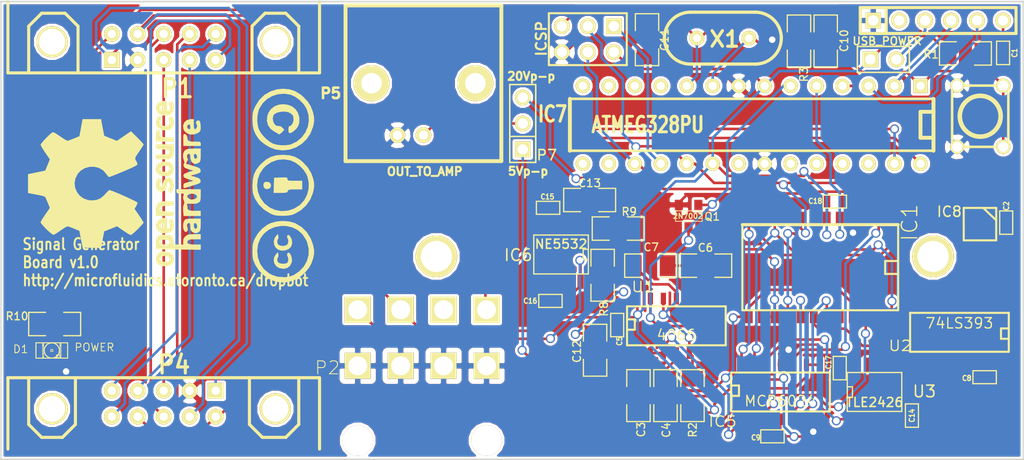
<source format=kicad_pcb>
(kicad_pcb (version 3) (host pcbnew "(2013-07-07 BZR 4022)-stable")
  (layers (15 F.Cu signal) (0 B.Cu signal) (18 B.Paste user) (19 F.Paste user) (20 B.SilkS user) (21 F.SilkS user) (22 B.Mask user) (23 F.Mask user) (28 Edge.Cuts user))
  (net 0 "")
  (net 1 +12V)
  (net 2 +5V)
  (net 3 +5V_USB)
  (net 4 -12V)
  (net 5 20Vp-p_WAVEOUT)
  (net 6 5Vp-p_WAVEOUT)
  (net 7 A4/SDA)
  (net 8 A5/SCL)
  (net 9 C1A)
  (net 10 C1B)
  (net 11 C2A)
  (net 12 D11/MOSI)
  (net 13 D12/MISO)
  (net 14 D13/SCK)
  (net 15 D2)
  (net 16 D3)
  (net 17 D4)
  (net 18 GND)
  (net 19 N-000001)
  (net 20 N-0000012)
  (net 21 N-0000013)
  (net 22 N-0000014)
  (net 23 N-0000015)
  (net 24 N-0000016)
  (net 25 N-0000017)
  (net 26 N-0000018)
  (net 27 N-0000020)
  (net 28 N-0000025)
  (net 29 N-000003)
  (net 30 N-0000031)
  (net 31 N-0000032)
  (net 32 N-0000038)
  (net 33 N-000004)
  (net 34 N-0000040)
  (net 35 N-0000041)
  (net 36 N-0000042)
  (net 37 N-0000044)
  (net 38 N-0000045)
  (net 39 N-0000046)
  (net 40 N-000006)
  (net 41 N-0000068)
  (net 42 N-000007)
  (net 43 N-0000071)
  (net 44 N-0000072)
  (net 45 N-0000076)
  (net 46 RST)
  (net 47 RX)
  (net 48 TX)
  (net 49 VGND)
  (net 50 WAVEOUT)
  (module HE10-10C (layer F.Cu) (at 40.386 65.405)
    (fp_text reference P4 (at 1.016 -3.81 180) (layer F.SilkS) (effects (font (size 1.77546 1.5875) (thickness 0.3048))))
    (fp_text value CONN_10 hide)
    (pad 0 thru_hole circle (at -10.922 0.508) (size 3.048 3.048) (drill 2.54) (layers *.Cu *.Mask F.SilkS))
    (pad 0 thru_hole circle (at 10.922 0.508) (size 3.048 3.048) (drill 2.54) (layers *.Cu *.Mask F.SilkS))
    (pad 1 thru_hole rect (at 5.08 -1.27) (size 1.524 1.524) (drill 0.8128) (layers *.Cu *.Mask F.SilkS) (net 7 A4/SDA))
    (pad 2 thru_hole circle (at 5.08 1.27) (size 1.524 1.524) (drill 0.8128) (layers *.Cu *.Mask F.SilkS) (net 2 +5V))
    (pad 3 thru_hole circle (at 2.54 -1.27) (size 1.524 1.524) (drill 0.8128) (layers *.Cu *.Mask F.SilkS) (net 18 GND))
    (pad 4 thru_hole circle (at 2.54 1.27) (size 1.524 1.524) (drill 0.8128) (layers *.Cu *.Mask F.SilkS) (net 8 A5/SCL))
    (pad 5 thru_hole circle (at 0 -1.27) (size 1.524 1.524) (drill 0.8128) (layers *.Cu *.Mask F.SilkS) (net 26 N-0000018))
    (pad 6 thru_hole circle (at 0 1.27) (size 1.524 1.524) (drill 0.8128) (layers *.Cu *.Mask F.SilkS) (net 25 N-0000017))
    (pad 7 thru_hole circle (at -2.54 -1.27) (size 1.524 1.524) (drill 0.8128) (layers *.Cu *.Mask F.SilkS) (net 24 N-0000016))
    (pad 8 thru_hole circle (at -2.54 1.27) (size 1.524 1.524) (drill 0.8128) (layers *.Cu *.Mask F.SilkS) (net 23 N-0000015))
    (pad 9 thru_hole circle (at -5.08 -1.27) (size 1.524 1.524) (drill 0.8128) (layers *.Cu *.Mask F.SilkS) (net 22 N-0000014))
    (pad 10 thru_hole circle (at -5.08 1.27) (size 1.524 1.524) (drill 0.8128) (layers *.Cu *.Mask F.SilkS) (net 21 N-0000013))
  )
  (module 1pin (layer F.Cu) (at 115.6335 50.9905)
    (fp_text reference 1PIN hide)
    (fp_text value P*** hide)
    (pad 1 thru_hole circle (at 0 0) (size 4.064 4.064) (drill 3.048) (layers *.Cu *.Mask F.SilkS))
  )
  (module 1pin (layer F.Cu) (at 67.056 50.9905)
    (fp_text reference 1PIN hide)
    (fp_text value P*** hide)
    (pad 1 thru_hole circle (at 0 0) (size 4.064 4.064) (drill 3.048) (layers *.Cu *.Mask F.SilkS))
  )
  (module Molex_4x2_Mini_Fit_Jr_RA (layer F.Cu) (at 65.659 58.9534 180)
    (fp_text reference P2 (at 9.271 -2.9464 180) (layer F.SilkS) (effects (font (size 1.27 1.27) (thickness 0.0889))))
    (fp_text value CONN_8 hide)
    (pad "" thru_hole circle (at 6.2992 -10.05 180) (size 3 3) (drill 3) (layers *.Cu *.Mask F.SilkS))
    (pad 1 thru_hole rect (at 6.2992 2.74828 180) (size 2.54 2.54) (drill 1.85) (layers *.Cu *.Mask F.SilkS) (net 1 +12V))
    (pad 2 thru_hole rect (at 2.09804 2.74828 180) (size 2.54 2.54) (drill 1.85) (layers *.Cu *.Mask F.SilkS) (net 2 +5V))
    (pad 3 thru_hole rect (at -2.09804 2.74828 180) (size 2.54 2.54) (drill 1.85) (layers *.Cu *.Mask F.SilkS))
    (pad 4 thru_hole rect (at -6.2992 2.74828 180) (size 2.54 2.54) (drill 1.85) (layers *.Cu *.Mask F.SilkS) (net 4 -12V))
    (pad 5 thru_hole rect (at 6.2992 -2.74828 180) (size 2.54 2.54) (drill 1.85) (layers *.Cu *.Mask F.SilkS) (net 18 GND))
    (pad 6 thru_hole rect (at 2.09804 -2.74828 180) (size 2.54 2.54) (drill 1.85) (layers *.Cu *.Mask F.SilkS) (net 18 GND))
    (pad 7 thru_hole rect (at -2.09804 -2.74828 180) (size 2.54 2.54) (drill 1.85) (layers *.Cu *.Mask F.SilkS) (net 18 GND))
    (pad 8 thru_hole rect (at -6.2992 -2.74828 180) (size 2.54 2.54) (drill 1.85) (layers *.Cu *.Mask F.SilkS) (net 18 GND))
    (pad "" thru_hole circle (at -6.2992 -10.05 180) (size 3 3) (drill 3) (layers *.Cu *.Mask F.SilkS))
  )
  (module HE10-10C (layer F.Cu) (at 40.386 30.48 180)
    (fp_text reference P1 (at -1.3335 -4.064 360) (layer F.SilkS) (effects (font (size 1.77546 1.5875) (thickness 0.3048))))
    (fp_text value CONN_10 hide)
    (pad 0 thru_hole circle (at -10.922 0.508 180) (size 3.048 3.048) (drill 2.54) (layers *.Cu *.Mask F.SilkS))
    (pad 0 thru_hole circle (at 10.922 0.508 180) (size 3.048 3.048) (drill 2.54) (layers *.Cu *.Mask F.SilkS))
    (pad 1 thru_hole rect (at 5.08 -1.27 180) (size 1.524 1.524) (drill 0.8128) (layers *.Cu *.Mask F.SilkS) (net 7 A4/SDA))
    (pad 2 thru_hole circle (at 5.08 1.27 180) (size 1.524 1.524) (drill 0.8128) (layers *.Cu *.Mask F.SilkS) (net 2 +5V))
    (pad 3 thru_hole circle (at 2.54 -1.27 180) (size 1.524 1.524) (drill 0.8128) (layers *.Cu *.Mask F.SilkS) (net 18 GND))
    (pad 4 thru_hole circle (at 2.54 1.27 180) (size 1.524 1.524) (drill 0.8128) (layers *.Cu *.Mask F.SilkS) (net 8 A5/SCL))
    (pad 5 thru_hole circle (at 0 -1.27 180) (size 1.524 1.524) (drill 0.8128) (layers *.Cu *.Mask F.SilkS) (net 26 N-0000018))
    (pad 6 thru_hole circle (at 0 1.27 180) (size 1.524 1.524) (drill 0.8128) (layers *.Cu *.Mask F.SilkS) (net 25 N-0000017))
    (pad 7 thru_hole circle (at -2.54 -1.27 180) (size 1.524 1.524) (drill 0.8128) (layers *.Cu *.Mask F.SilkS) (net 24 N-0000016))
    (pad 8 thru_hole circle (at -2.54 1.27 180) (size 1.524 1.524) (drill 0.8128) (layers *.Cu *.Mask F.SilkS) (net 23 N-0000015))
    (pad 9 thru_hole circle (at -5.08 -1.27 180) (size 1.524 1.524) (drill 0.8128) (layers *.Cu *.Mask F.SilkS) (net 22 N-0000014))
    (pad 10 thru_hole circle (at -5.08 1.27 180) (size 1.524 1.524) (drill 0.8128) (layers *.Cu *.Mask F.SilkS) (net 21 N-0000013))
  )
  (module SO8E (layer F.Cu) (at 79.248 50.8 180)
    (fp_text reference IC6 (at 4.191 -0.0635 180) (layer F.SilkS) (effects (font (size 1.143 1.143) (thickness 0.1524))))
    (fp_text value NE5532 (at 0 1.016 180) (layer F.SilkS) (effects (font (size 0.889 0.889) (thickness 0.1524))))
    (pad 8 smd rect (at -1.905 -2.667 180) (size 0.59944 1.39954) (layers F.Cu F.Paste F.Mask) (net 1 +12V))
    (pad 1 smd rect (at -1.905 2.667 180) (size 0.59944 1.39954) (layers F.Cu F.Paste F.Mask) (net 5 20Vp-p_WAVEOUT))
    (pad 7 smd rect (at -0.635 -2.667 180) (size 0.59944 1.39954) (layers F.Cu F.Paste F.Mask) (net 39 N-0000046))
    (pad 6 smd rect (at 0.635 -2.667 180) (size 0.59944 1.39954) (layers F.Cu F.Paste F.Mask) (net 39 N-0000046))
    (pad 5 smd rect (at 1.905 -2.667 180) (size 0.59944 1.39954) (layers F.Cu F.Paste F.Mask) (net 18 GND))
    (pad 2 smd rect (at -0.635 2.667 180) (size 0.59944 1.39954) (layers F.Cu F.Paste F.Mask) (net 45 N-0000076))
    (pad 3 smd rect (at 0.635 2.667 180) (size 0.59944 1.39954) (layers F.Cu F.Paste F.Mask) (net 18 GND))
    (pad 4 smd rect (at 1.905 2.667 180) (size 0.59944 1.39954) (layers F.Cu F.Paste F.Mask) (net 4 -12V))
  )
  (module SO14E (layer F.Cu) (at 100.711 64.135)
    (fp_text reference IC5 (at -5.6642 3.0226) (layer F.SilkS) (effects (font (size 1.016 1.143) (thickness 0.127))))
    (fp_text value MCP6024 (at 0 1.016) (layer F.SilkS) (effects (font (size 1.016 1.016) (thickness 0.127))))
    (pad 1 smd rect (at -3.81 2.794) (size 0.508 1.143) (layers F.Cu F.Paste F.Mask) (net 10 C1B))
    (pad 2 smd rect (at -2.54 2.794) (size 0.508 1.143) (layers F.Cu F.Paste F.Mask) (net 10 C1B))
    (pad 3 smd rect (at -1.27 2.794) (size 0.508 1.143) (layers F.Cu F.Paste F.Mask) (net 11 C2A))
    (pad 4 smd rect (at 0 2.794) (size 0.508 1.143) (layers F.Cu F.Paste F.Mask) (net 2 +5V))
    (pad 5 smd rect (at 1.27 2.794) (size 0.508 1.143) (layers F.Cu F.Paste F.Mask) (net 36 N-0000042))
    (pad 6 smd rect (at 2.54 2.794) (size 0.508 1.143) (layers F.Cu F.Paste F.Mask) (net 37 N-0000044))
    (pad 7 smd rect (at 3.81 2.794) (size 0.508 1.143) (layers F.Cu F.Paste F.Mask) (net 37 N-0000044))
    (pad 8 smd rect (at 3.81 -2.54) (size 0.508 1.143) (layers F.Cu F.Paste F.Mask) (net 6 5Vp-p_WAVEOUT))
    (pad 9 smd rect (at 2.54 -2.54) (size 0.508 1.143) (layers F.Cu F.Paste F.Mask) (net 6 5Vp-p_WAVEOUT))
    (pad 10 smd rect (at 1.27 -2.54) (size 0.508 1.143) (layers F.Cu F.Paste F.Mask) (net 35 N-0000041))
    (pad 11 smd rect (at 0 -2.54) (size 0.508 1.143) (layers F.Cu F.Paste F.Mask) (net 18 GND))
    (pad 12 smd rect (at -1.27 -2.54) (size 0.508 1.143) (layers F.Cu F.Paste F.Mask) (net 49 VGND))
    (pad 13 smd rect (at -2.54 -2.54) (size 0.508 1.143) (layers F.Cu F.Paste F.Mask) (net 27 N-0000020))
    (pad 14 smd rect (at -3.81 -2.54) (size 0.508 1.143) (layers F.Cu F.Paste F.Mask) (net 28 N-0000025))
  )
  (module SM1206 (layer F.Cu) (at 87.6554 29.7688 90)
    (fp_text reference C11 (at 0 1.7145 90) (layer F.SilkS) (effects (font (size 0.762 0.762) (thickness 0.127))))
    (fp_text value 22pF hide)
    (pad 1 smd rect (at -1.651 0 90) (size 1.524 2.032) (layers F.Cu F.Paste F.Mask) (net 18 GND))
    (pad 2 smd rect (at 1.651 0 90) (size 1.524 2.032) (layers F.Cu F.Paste F.Mask) (net 44 N-0000072))
  )
  (module SM1206 (layer F.Cu) (at 82.042 45.466)
    (fp_text reference C13 (at 0 -1.651) (layer F.SilkS) (effects (font (size 0.762 0.762) (thickness 0.127))))
    (fp_text value 5pF hide)
    (pad 1 smd rect (at -1.651 0) (size 1.524 2.032) (layers F.Cu F.Paste F.Mask) (net 45 N-0000076))
    (pad 2 smd rect (at 1.651 0) (size 1.524 2.032) (layers F.Cu F.Paste F.Mask) (net 5 20Vp-p_WAVEOUT))
  )
  (module SM0603 (layer F.Cu) (at 122.4788 31.0642 270)
    (fp_text reference C1 (at 0 -1.1303 270) (layer F.SilkS) (effects (font (size 0.508 0.4572) (thickness 0.1143))))
    (fp_text value 0.1uF hide)
    (pad 1 smd rect (at -0.762 0 270) (size 0.635 1.143) (layers F.Cu F.Paste F.Mask) (net 20 N-0000012))
    (pad 2 smd rect (at 0.762 0 270) (size 0.635 1.143) (layers F.Cu F.Paste F.Mask) (net 46 RST))
  )
  (module SM0603 (layer F.Cu) (at 122.7836 47.6758 90)
    (fp_text reference C2 (at 1.6256 0.0127 90) (layer F.SilkS) (effects (font (size 0.508 0.4572) (thickness 0.1143))))
    (fp_text value 0.1uF hide)
    (pad 1 smd rect (at -0.762 0 90) (size 0.635 1.143) (layers F.Cu F.Paste F.Mask) (net 2 +5V))
    (pad 2 smd rect (at 0.762 0 90) (size 0.635 1.143) (layers F.Cu F.Paste F.Mask) (net 18 GND))
  )
  (module SM0603 (layer F.Cu) (at 120.6754 62.8142)
    (fp_text reference C8 (at -1.7526 0.1016) (layer F.SilkS) (effects (font (size 0.508 0.4572) (thickness 0.1143))))
    (fp_text value 0.1uF hide)
    (pad 1 smd rect (at -0.762 0) (size 0.635 1.143) (layers F.Cu F.Paste F.Mask) (net 18 GND))
    (pad 2 smd rect (at 0.762 0) (size 0.635 1.143) (layers F.Cu F.Paste F.Mask) (net 2 +5V))
  )
  (module JACK_BNC (layer F.Cu) (at 65.786 34.036)
    (fp_text reference P5 (at -9.0678 0.9906) (layer F.SilkS) (effects (font (size 1.016 1.016) (thickness 0.254))))
    (fp_text value CONN_2 hide)
    (pad "" thru_hole circle (at 5.08 0) (size 3.50012 3.50012) (drill 2.00914) (layers *.Cu *.Mask F.SilkS))
    (pad "" thru_hole circle (at -5.08 0) (size 3.50012 3.50012) (drill 2.00914) (layers *.Cu *.Mask F.SilkS))
    (pad 1 thru_hole circle (at -2.54 5.08) (size 1.524 1.524) (drill 0.889) (layers *.Cu *.Mask F.SilkS) (net 18 GND))
    (pad 2 thru_hole circle (at 0 5.08) (size 1.524 1.524) (drill 0.889) (layers *.Cu *.Mask F.SilkS) (net 50 WAVEOUT))
  )
  (module SW_PUSH_6mm (layer F.Cu) (at 120.2436 37.2618 270)
    (fp_text reference SW1 hide)
    (fp_text value DPST hide)
    (pad 3 thru_hole circle (at 2.99974 -2.25044 270) (size 1.397 1.397) (drill 1) (layers *.Cu *.Mask F.SilkS) (net 46 RST))
    (pad 4 thru_hole circle (at 2.99974 2.25044 270) (size 1.397 1.397) (drill 1) (layers *.Cu *.Mask F.SilkS) (net 18 GND))
    (pad 1 thru_hole circle (at -2.99974 -2.25044 270) (size 1.397 1.397) (drill 1) (layers *.Cu *.Mask F.SilkS) (net 46 RST))
    (pad 2 thru_hole circle (at -2.99974 2.25044 270) (size 1.397 1.397) (drill 1) (layers *.Cu *.Mask F.SilkS) (net 18 GND))
  )
  (module SM1206 (layer F.Cu) (at 84.836 48.26 180)
    (fp_text reference R9 (at -1.0795 1.651 180) (layer F.SilkS) (effects (font (size 0.762 0.762) (thickness 0.127))))
    (fp_text value 100k hide)
    (pad 1 smd rect (at -1.651 0 180) (size 1.524 2.032) (layers F.Cu F.Paste F.Mask) (net 5 20Vp-p_WAVEOUT))
    (pad 2 smd rect (at 1.651 0 180) (size 1.524 2.032) (layers F.Cu F.Paste F.Mask) (net 45 N-0000076))
  )
  (module SM1206 (layer F.Cu) (at 83.312 52.832 90)
    (fp_text reference R8 (at -3.302 0.127 90) (layer F.SilkS) (effects (font (size 0.762 0.762) (thickness 0.127))))
    (fp_text value 25k hide)
    (pad 1 smd rect (at -1.651 0 90) (size 1.524 2.032) (layers F.Cu F.Paste F.Mask) (net 34 N-0000040))
    (pad 2 smd rect (at 1.651 0 90) (size 1.524 2.032) (layers F.Cu F.Paste F.Mask) (net 45 N-0000076))
  )
  (module pin_array_3x2 (layer F.Cu) (at 81.8642 29.718 180)
    (fp_text reference P6 hide)
    (fp_text value CONN_6 hide)
    (pad 1 thru_hole rect (at -2.54 1.27 180) (size 1.524 1.524) (drill 1.016) (layers *.Cu *.Mask F.SilkS) (net 13 D12/MISO))
    (pad 2 thru_hole circle (at -2.54 -1.27 180) (size 1.524 1.524) (drill 1.016) (layers *.Cu *.Mask F.SilkS) (net 2 +5V))
    (pad 3 thru_hole circle (at 0 1.27 180) (size 1.524 1.524) (drill 1.016) (layers *.Cu *.Mask F.SilkS) (net 14 D13/SCK))
    (pad 4 thru_hole circle (at 0 -1.27 180) (size 1.524 1.524) (drill 1.016) (layers *.Cu *.Mask F.SilkS) (net 12 D11/MOSI))
    (pad 5 thru_hole circle (at 2.54 1.27 180) (size 1.524 1.524) (drill 1.016) (layers *.Cu *.Mask F.SilkS) (net 46 RST))
    (pad 6 thru_hole circle (at 2.54 -1.27 180) (size 1.524 1.524) (drill 1.016) (layers *.Cu *.Mask F.SilkS) (net 18 GND))
  )
  (module PIN_ARRAY-6X1 (layer F.Cu) (at 116.1288 27.8892)
    (fp_text reference P3 hide)
    (fp_text value CONN_6 hide)
    (pad 1 thru_hole rect (at -6.35 0) (size 1.524 1.524) (drill 1.016) (layers *.Cu *.Mask F.SilkS) (net 18 GND))
    (pad 2 thru_hole circle (at -3.81 0) (size 1.524 1.524) (drill 1.016) (layers *.Cu *.Mask F.SilkS))
    (pad 3 thru_hole circle (at -1.27 0) (size 1.524 1.524) (drill 1.016) (layers *.Cu *.Mask F.SilkS) (net 3 +5V_USB))
    (pad 4 thru_hole circle (at 1.27 0) (size 1.524 1.524) (drill 1.016) (layers *.Cu *.Mask F.SilkS) (net 48 TX))
    (pad 5 thru_hole circle (at 3.81 0) (size 1.524 1.524) (drill 1.016) (layers *.Cu *.Mask F.SilkS) (net 47 RX))
    (pad 6 thru_hole circle (at 6.35 0) (size 1.524 1.524) (drill 1.016) (layers *.Cu *.Mask F.SilkS) (net 20 N-0000012))
  )
  (module DIP-28 (layer F.Cu) (at 97.8916 38.1 180)
    (fp_text reference IC7 (at 19.4818 1.0414 180) (layer F.SilkS) (effects (font (size 1.524 1.143) (thickness 0.28702))))
    (fp_text value ATMEG328PU (at 10.16 0 180) (layer F.SilkS) (effects (font (size 1.524 1.143) (thickness 0.28702))))
    (pad 2 thru_hole circle (at -13.97 3.81 180) (size 1.397 1.397) (drill 0.8128) (layers *.Cu *.Mask F.SilkS) (net 48 TX))
    (pad 3 thru_hole circle (at -11.43 3.81 180) (size 1.397 1.397) (drill 0.8128) (layers *.Cu *.Mask F.SilkS) (net 47 RX))
    (pad 4 thru_hole circle (at -8.89 3.81 180) (size 1.397 1.397) (drill 0.8128) (layers *.Cu *.Mask F.SilkS) (net 15 D2))
    (pad 5 thru_hole circle (at -6.35 3.81 180) (size 1.397 1.397) (drill 0.8128) (layers *.Cu *.Mask F.SilkS) (net 16 D3))
    (pad 6 thru_hole circle (at -3.81 3.81 180) (size 1.397 1.397) (drill 0.8128) (layers *.Cu *.Mask F.SilkS) (net 17 D4))
    (pad 7 thru_hole circle (at -1.27 3.81 180) (size 1.397 1.397) (drill 0.8128) (layers *.Cu *.Mask F.SilkS) (net 2 +5V))
    (pad 8 thru_hole circle (at 1.27 3.81 180) (size 1.397 1.397) (drill 0.8128) (layers *.Cu *.Mask F.SilkS) (net 18 GND))
    (pad 9 thru_hole circle (at 3.81 3.81 180) (size 1.397 1.397) (drill 0.8128) (layers *.Cu *.Mask F.SilkS) (net 43 N-0000071))
    (pad 10 thru_hole circle (at 6.35 3.81 180) (size 1.397 1.397) (drill 0.8128) (layers *.Cu *.Mask F.SilkS) (net 44 N-0000072))
    (pad 11 thru_hole circle (at 8.89 3.81 180) (size 1.397 1.397) (drill 0.8128) (layers *.Cu *.Mask F.SilkS))
    (pad 12 thru_hole circle (at 11.43 3.81 180) (size 1.397 1.397) (drill 0.8128) (layers *.Cu *.Mask F.SilkS))
    (pad 13 thru_hole circle (at 13.97 3.81 180) (size 1.397 1.397) (drill 0.8128) (layers *.Cu *.Mask F.SilkS))
    (pad 14 thru_hole circle (at 16.51 3.81 180) (size 1.397 1.397) (drill 0.8128) (layers *.Cu *.Mask F.SilkS))
    (pad 1 thru_hole rect (at -16.51 3.81 180) (size 1.397 1.397) (drill 0.8128) (layers *.Cu *.Mask F.SilkS) (net 46 RST))
    (pad 15 thru_hole circle (at 16.51 -3.81 180) (size 1.397 1.397) (drill 0.8128) (layers *.Cu *.Mask F.SilkS))
    (pad 16 thru_hole circle (at 13.97 -3.81 180) (size 1.397 1.397) (drill 0.8128) (layers *.Cu *.Mask F.SilkS))
    (pad 17 thru_hole circle (at 11.43 -3.81 180) (size 1.397 1.397) (drill 0.8128) (layers *.Cu *.Mask F.SilkS) (net 12 D11/MOSI))
    (pad 18 thru_hole circle (at 8.89 -3.81 180) (size 1.397 1.397) (drill 0.8128) (layers *.Cu *.Mask F.SilkS) (net 13 D12/MISO))
    (pad 19 thru_hole circle (at 6.35 -3.81 180) (size 1.397 1.397) (drill 0.8128) (layers *.Cu *.Mask F.SilkS) (net 14 D13/SCK))
    (pad 20 thru_hole circle (at 3.81 -3.81 180) (size 1.397 1.397) (drill 0.8128) (layers *.Cu *.Mask F.SilkS) (net 2 +5V))
    (pad 21 thru_hole circle (at 1.27 -3.81 180) (size 1.397 1.397) (drill 0.8128) (layers *.Cu *.Mask F.SilkS))
    (pad 22 thru_hole circle (at -1.27 -3.81 180) (size 1.397 1.397) (drill 0.8128) (layers *.Cu *.Mask F.SilkS) (net 18 GND))
    (pad 23 thru_hole circle (at -3.81 -3.81 180) (size 1.397 1.397) (drill 0.8128) (layers *.Cu *.Mask F.SilkS))
    (pad 24 thru_hole circle (at -6.35 -3.81 180) (size 1.397 1.397) (drill 0.8128) (layers *.Cu *.Mask F.SilkS))
    (pad 25 thru_hole circle (at -8.89 -3.81 180) (size 1.397 1.397) (drill 0.8128) (layers *.Cu *.Mask F.SilkS))
    (pad 26 thru_hole circle (at -11.43 -3.81 180) (size 1.397 1.397) (drill 0.8128) (layers *.Cu *.Mask F.SilkS))
    (pad 27 thru_hole circle (at -13.97 -3.81 180) (size 1.397 1.397) (drill 0.8128) (layers *.Cu *.Mask F.SilkS) (net 7 A4/SDA))
    (pad 28 thru_hole circle (at -16.51 -3.81 180) (size 1.397 1.397) (drill 0.8128) (layers *.Cu *.Mask F.SilkS) (net 8 A5/SCL))
  )
  (module MSOP_8 (layer F.Cu) (at 120.2182 47.8282 180)
    (fp_text reference IC8 (at 2.9972 1.2192 180) (layer F.SilkS) (effects (font (size 1.00076 1.00076) (thickness 0.1524))))
    (fp_text value LTC6903/4 hide)
    (pad 1 smd rect (at -0.97536 2.159 180) (size 0.381 1.27) (layers F.Cu F.Paste F.Mask) (net 18 GND))
    (pad 2 smd rect (at -0.32512 2.159 180) (size 0.381 1.27) (layers F.Cu F.Paste F.Mask) (net 12 D11/MOSI))
    (pad 3 smd rect (at 0.32512 2.159 180) (size 0.381 1.27) (layers F.Cu F.Paste F.Mask) (net 14 D13/SCK))
    (pad 4 smd rect (at 0.97536 2.159 180) (size 0.381 1.27) (layers F.Cu F.Paste F.Mask) (net 15 D2))
    (pad 5 smd rect (at 0.97536 -2.159 180) (size 0.381 1.27) (layers F.Cu F.Paste F.Mask))
    (pad 6 smd rect (at 0.32512 -2.159 180) (size 0.381 1.27) (layers F.Cu F.Paste F.Mask) (net 38 N-0000045))
    (pad 7 smd rect (at -0.32512 -2.159 180) (size 0.381 1.27) (layers F.Cu F.Paste F.Mask) (net 2 +5V))
    (pad 8 smd rect (at -0.97536 -2.159 180) (size 0.381 1.27) (layers F.Cu F.Paste F.Mask) (net 2 +5V))
  )
  (module SM0603 (layer F.Cu) (at 77.978 46.228)
    (fp_text reference C15 (at -0.0635 -1.0795) (layer F.SilkS) (effects (font (size 0.508 0.4572) (thickness 0.1143))))
    (fp_text value 0.1uF hide)
    (pad 1 smd rect (at -0.762 0) (size 0.635 1.143) (layers F.Cu F.Paste F.Mask) (net 4 -12V))
    (pad 2 smd rect (at 0.762 0) (size 0.635 1.143) (layers F.Cu F.Paste F.Mask) (net 18 GND))
  )
  (module SM0603 (layer F.Cu) (at 78.2066 55.3466)
    (fp_text reference C16 (at -1.9685 0) (layer F.SilkS) (effects (font (size 0.508 0.4572) (thickness 0.1143))))
    (fp_text value 0.1uF hide)
    (pad 1 smd rect (at -0.762 0) (size 0.635 1.143) (layers F.Cu F.Paste F.Mask) (net 18 GND))
    (pad 2 smd rect (at 0.762 0) (size 0.635 1.143) (layers F.Cu F.Paste F.Mask) (net 1 +12V))
  )
  (module SM1206 (layer F.Cu) (at 105.1306 29.8958 270)
    (fp_text reference C10 (at -0.0254 -1.8034 270) (layer F.SilkS) (effects (font (size 0.762 0.762) (thickness 0.127))))
    (fp_text value 22pF hide)
    (pad 1 smd rect (at -1.651 0 270) (size 1.524 2.032) (layers F.Cu F.Paste F.Mask) (net 18 GND))
    (pad 2 smd rect (at 1.651 0 270) (size 1.524 2.032) (layers F.Cu F.Paste F.Mask) (net 43 N-0000071))
  )
  (module SM1206 (layer F.Cu) (at 29.718 57.6072)
    (fp_text reference R10 (at -3.683 -0.762) (layer F.SilkS) (effects (font (size 0.762 0.762) (thickness 0.127))))
    (fp_text value 374 hide)
    (pad 1 smd rect (at -1.651 0) (size 1.524 2.032) (layers F.Cu F.Paste F.Mask) (net 41 N-0000068))
    (pad 2 smd rect (at 1.651 0) (size 1.524 2.032) (layers F.Cu F.Paste F.Mask) (net 2 +5V))
  )
  (module LED-1206 (layer F.Cu) (at 29.4386 60.198)
    (fp_text reference D1 (at -3.048 -0.127) (layer F.SilkS) (effects (font (size 0.762 0.762) (thickness 0.0889))))
    (fp_text value POWER (at 4.1656 -0.3048) (layer F.SilkS) (effects (font (size 0.762 0.762) (thickness 0.0889))))
    (pad 1 smd rect (at -1.41986 0) (size 1.59766 1.80086) (layers F.Cu F.Paste F.Mask) (net 41 N-0000068))
    (pad 2 smd rect (at 1.41986 0) (size 1.59766 1.80086) (layers F.Cu F.Paste F.Mask) (net 18 GND))
  )
  (module OSHW_LOGO (layer F.Cu) (at 35.6235 43.815 90)
    (fp_text reference G*** hide)
    (fp_text value LOGO hide)
  )
  (module CC_A_SA_LOGO (layer F.Cu) (at 52.07 44.0055 90)
    (fp_text reference G*** hide)
    (fp_text value LOGO hide)
  )
  (module PIN_ARRAY_3X1 (layer F.Cu) (at 75.5015 37.973 90)
    (fp_text reference P7 (at -3.0988 2.3495 180) (layer F.SilkS) (effects (font (size 1.016 1.016) (thickness 0.1524))))
    (fp_text value CONN_3 hide)
    (pad 1 thru_hole rect (at -2.54 0 90) (size 1.524 1.524) (drill 1.016) (layers *.Cu *.Mask F.SilkS) (net 6 5Vp-p_WAVEOUT))
    (pad 2 thru_hole circle (at 0 0 90) (size 1.524 1.524) (drill 1.016) (layers *.Cu *.Mask F.SilkS) (net 50 WAVEOUT))
    (pad 3 thru_hole circle (at 2.54 0 90) (size 1.524 1.524) (drill 1.016) (layers *.Cu *.Mask F.SilkS) (net 5 20Vp-p_WAVEOUT))
  )
  (module SO14E (layer F.Cu) (at 118.2116 58.547 180)
    (fp_text reference U2 (at 5.7912 -1.1938 180) (layer F.SilkS) (effects (font (size 1.016 1.143) (thickness 0.127))))
    (fp_text value 74LS393 (at 0 1.016 180) (layer F.SilkS) (effects (font (size 1.016 1.016) (thickness 0.127))))
    (pad 1 smd rect (at -3.81 2.794 180) (size 0.508 1.143) (layers F.Cu F.Paste F.Mask) (net 38 N-0000045))
    (pad 2 smd rect (at -2.54 2.794 180) (size 0.508 1.143) (layers F.Cu F.Paste F.Mask) (net 18 GND))
    (pad 3 smd rect (at -1.27 2.794 180) (size 0.508 1.143) (layers F.Cu F.Paste F.Mask))
    (pad 4 smd rect (at 0 2.794 180) (size 0.508 1.143) (layers F.Cu F.Paste F.Mask))
    (pad 5 smd rect (at 1.27 2.794 180) (size 0.508 1.143) (layers F.Cu F.Paste F.Mask))
    (pad 6 smd rect (at 2.54 2.794 180) (size 0.508 1.143) (layers F.Cu F.Paste F.Mask) (net 30 N-0000031))
    (pad 7 smd rect (at 3.81 2.794 180) (size 0.508 1.143) (layers F.Cu F.Paste F.Mask) (net 18 GND))
    (pad 8 smd rect (at 3.81 -2.54 180) (size 0.508 1.143) (layers F.Cu F.Paste F.Mask))
    (pad 9 smd rect (at 2.54 -2.54 180) (size 0.508 1.143) (layers F.Cu F.Paste F.Mask))
    (pad 10 smd rect (at 1.27 -2.54 180) (size 0.508 1.143) (layers F.Cu F.Paste F.Mask))
    (pad 11 smd rect (at 0 -2.54 180) (size 0.508 1.143) (layers F.Cu F.Paste F.Mask) (net 31 N-0000032))
    (pad 12 smd rect (at -1.27 -2.54 180) (size 0.508 1.143) (layers F.Cu F.Paste F.Mask) (net 18 GND))
    (pad 13 smd rect (at -2.54 -2.54 180) (size 0.508 1.143) (layers F.Cu F.Paste F.Mask) (net 30 N-0000031))
    (pad 14 smd rect (at -3.81 -2.54 180) (size 0.508 1.143) (layers F.Cu F.Paste F.Mask) (net 2 +5V))
  )
  (module SO14E (layer F.Cu) (at 90.5256 57.658)
    (fp_text reference U1 (at -3.2512 -3.683) (layer F.SilkS) (effects (font (size 1.016 1.143) (thickness 0.127))))
    (fp_text value 4066 (at 0 1.016) (layer F.SilkS) (effects (font (size 1.016 1.016) (thickness 0.127))))
    (pad 1 smd rect (at -3.81 2.794) (size 0.508 1.143) (layers F.Cu F.Paste F.Mask) (net 40 N-000006))
    (pad 2 smd rect (at -2.54 2.794) (size 0.508 1.143) (layers F.Cu F.Paste F.Mask) (net 10 C1B))
    (pad 3 smd rect (at -1.27 2.794) (size 0.508 1.143) (layers F.Cu F.Paste F.Mask) (net 10 C1B))
    (pad 4 smd rect (at 0 2.794) (size 0.508 1.143) (layers F.Cu F.Paste F.Mask) (net 19 N-000001))
    (pad 5 smd rect (at 1.27 2.794) (size 0.508 1.143) (layers F.Cu F.Paste F.Mask) (net 42 N-000007))
    (pad 6 smd rect (at 2.54 2.794) (size 0.508 1.143) (layers F.Cu F.Paste F.Mask) (net 17 D4))
    (pad 7 smd rect (at 3.81 2.794) (size 0.508 1.143) (layers F.Cu F.Paste F.Mask) (net 18 GND))
    (pad 8 smd rect (at 3.81 -2.54) (size 0.508 1.143) (layers F.Cu F.Paste F.Mask) (net 33 N-000004))
    (pad 9 smd rect (at 2.54 -2.54) (size 0.508 1.143) (layers F.Cu F.Paste F.Mask) (net 18 GND))
    (pad 10 smd rect (at 1.27 -2.54) (size 0.508 1.143) (layers F.Cu F.Paste F.Mask) (net 18 GND))
    (pad 11 smd rect (at 0 -2.54) (size 0.508 1.143) (layers F.Cu F.Paste F.Mask) (net 29 N-000003))
    (pad 12 smd rect (at -1.27 -2.54) (size 0.508 1.143) (layers F.Cu F.Paste F.Mask) (net 42 N-000007))
    (pad 13 smd rect (at -2.54 -2.54) (size 0.508 1.143) (layers F.Cu F.Paste F.Mask) (net 17 D4))
    (pad 14 smd rect (at -3.81 -2.54) (size 0.508 1.143) (layers F.Cu F.Paste F.Mask) (net 2 +5V))
  )
  (module SM0603 (layer F.Cu) (at 106.5022 61.9252 90)
    (fp_text reference C17 (at 0.5588 -1.0922 90) (layer F.SilkS) (effects (font (size 0.508 0.4572) (thickness 0.1143))))
    (fp_text value 0.1uF hide)
    (pad 1 smd rect (at -0.762 0 90) (size 0.635 1.143) (layers F.Cu F.Paste F.Mask) (net 18 GND))
    (pad 2 smd rect (at 0.762 0 90) (size 0.635 1.143) (layers F.Cu F.Paste F.Mask) (net 32 N-0000038))
  )
  (module HC-49V (layer F.Cu) (at 95.0722 29.6164)
    (fp_text reference X1 (at 0.1778 0.1016) (layer F.SilkS) (effects (font (size 1.524 1.524) (thickness 0.3048))))
    (fp_text value 16MHz hide)
    (pad 1 thru_hole circle (at -2.54 0) (size 1.4224 1.4224) (drill 0.762) (layers *.Cu *.Mask F.SilkS) (net 44 N-0000072))
    (pad 2 thru_hole circle (at 2.54 0) (size 1.4224 1.4224) (drill 0.762) (layers *.Cu *.Mask F.SilkS) (net 43 N-0000071))
  )
  (module SO24E (layer F.Cu) (at 104.5972 52.07 180)
    (fp_text reference IC1 (at -8.7376 4.3942 270) (layer F.SilkS) (effects (font (size 1.524 1.524) (thickness 0.127))))
    (fp_text value AD5206 hide)
    (pad 1 smd rect (at -6.985 4.826 180) (size 0.762 1.27) (layers F.Cu F.Paste F.Mask) (net 28 N-0000025))
    (pad 2 smd rect (at -5.715 4.826 180) (size 0.762 1.27) (layers F.Cu F.Paste F.Mask) (net 35 N-0000041))
    (pad 3 smd rect (at -4.445 4.826 180) (size 0.762 1.27) (layers F.Cu F.Paste F.Mask) (net 49 VGND))
    (pad 4 smd rect (at -3.175 4.826 180) (size 0.762 1.27) (layers F.Cu F.Paste F.Mask) (net 18 GND))
    (pad 5 smd rect (at -1.905 4.826 180) (size 0.762 1.27) (layers F.Cu F.Paste F.Mask) (net 16 D3))
    (pad 6 smd rect (at -0.635 4.826 180) (size 0.762 1.27) (layers F.Cu F.Paste F.Mask) (net 2 +5V))
    (pad 7 smd rect (at 0.635 4.826 180) (size 0.762 1.27) (layers F.Cu F.Paste F.Mask) (net 12 D11/MOSI))
    (pad 8 smd rect (at 1.905 4.826 180) (size 0.762 1.27) (layers F.Cu F.Paste F.Mask) (net 14 D13/SCK))
    (pad 9 smd rect (at 3.175 4.826 180) (size 0.762 1.27) (layers F.Cu F.Paste F.Mask) (net 18 GND))
    (pad 10 smd rect (at 4.445 4.826 180) (size 0.762 1.27) (layers F.Cu F.Paste F.Mask) (net 27 N-0000020))
    (pad 11 smd rect (at 5.715 4.826 180) (size 0.762 1.27) (layers F.Cu F.Paste F.Mask) (net 28 N-0000025))
    (pad 12 smd rect (at 6.985 4.826 180) (size 0.762 1.27) (layers F.Cu F.Paste F.Mask) (net 28 N-0000025))
    (pad 24 smd rect (at -6.985 -4.826 180) (size 0.762 1.27) (layers F.Cu F.Paste F.Mask) (net 27 N-0000020))
    (pad 23 smd rect (at -5.715 -4.826 180) (size 0.762 1.27) (layers F.Cu F.Paste F.Mask) (net 10 C1B))
    (pad 22 smd rect (at -4.445 -4.826 180) (size 0.762 1.27) (layers F.Cu F.Paste F.Mask) (net 10 C1B))
    (pad 21 smd rect (at -3.175 -4.826 180) (size 0.762 1.27) (layers F.Cu F.Paste F.Mask) (net 9 C1A))
    (pad 20 smd rect (at -1.905 -4.826 180) (size 0.762 1.27) (layers F.Cu F.Paste F.Mask) (net 37 N-0000044))
    (pad 19 smd rect (at -0.635 -4.826 180) (size 0.762 1.27) (layers F.Cu F.Paste F.Mask) (net 37 N-0000044))
    (pad 18 smd rect (at 0.635 -4.826 180) (size 0.762 1.27) (layers F.Cu F.Paste F.Mask) (net 31 N-0000032))
    (pad 17 smd rect (at 1.905 -4.826 180) (size 0.762 1.27) (layers F.Cu F.Paste F.Mask) (net 36 N-0000042))
    (pad 16 smd rect (at 3.175 -4.826 180) (size 0.762 1.27) (layers F.Cu F.Paste F.Mask) (net 49 VGND))
    (pad 15 smd rect (at 4.445 -4.826 180) (size 0.762 1.27) (layers F.Cu F.Paste F.Mask) (net 11 C2A))
    (pad 14 smd rect (at 5.715 -4.826 180) (size 0.762 1.27) (layers F.Cu F.Paste F.Mask) (net 11 C2A))
    (pad 13 smd rect (at 6.985 -4.826 180) (size 0.762 1.27) (layers F.Cu F.Paste F.Mask) (net 9 C1A))
  )
  (module SO8E (layer F.Cu) (at 109.9058 64.262)
    (fp_text reference U3 (at 4.8768 -0.0508) (layer F.SilkS) (effects (font (size 1.143 1.143) (thickness 0.1524))))
    (fp_text value TLE2426 (at 0 1.016) (layer F.SilkS) (effects (font (size 0.889 0.889) (thickness 0.1524))))
    (pad 8 smd rect (at -1.905 -2.667) (size 0.59944 1.39954) (layers F.Cu F.Paste F.Mask) (net 32 N-0000038))
    (pad 1 smd rect (at -1.905 2.667) (size 0.59944 1.39954) (layers F.Cu F.Paste F.Mask) (net 49 VGND))
    (pad 7 smd rect (at -0.635 -2.667) (size 0.59944 1.39954) (layers F.Cu F.Paste F.Mask))
    (pad 6 smd rect (at 0.635 -2.667) (size 0.59944 1.39954) (layers F.Cu F.Paste F.Mask))
    (pad 5 smd rect (at 1.905 -2.667) (size 0.59944 1.39954) (layers F.Cu F.Paste F.Mask))
    (pad 2 smd rect (at -0.635 2.667) (size 0.59944 1.39954) (layers F.Cu F.Paste F.Mask) (net 18 GND))
    (pad 3 smd rect (at 0.635 2.667) (size 0.59944 1.39954) (layers F.Cu F.Paste F.Mask) (net 2 +5V))
    (pad 4 smd rect (at 1.905 2.667) (size 0.59944 1.39954) (layers F.Cu F.Paste F.Mask))
  )
  (module SM1206 (layer F.Cu) (at 118.7958 31.115 180)
    (fp_text reference R1 (at 3.3528 -0.1016 180) (layer F.SilkS) (effects (font (size 0.762 0.762) (thickness 0.127))))
    (fp_text value 10k hide)
    (pad 1 smd rect (at -1.651 0 180) (size 1.524 2.032) (layers F.Cu F.Paste F.Mask) (net 46 RST))
    (pad 2 smd rect (at 1.651 0 180) (size 1.524 2.032) (layers F.Cu F.Paste F.Mask) (net 2 +5V))
  )
  (module SM1206 (layer F.Cu) (at 102.5144 29.8958 90)
    (fp_text reference R3 (at -3.2766 0.4826 90) (layer F.SilkS) (effects (font (size 0.762 0.762) (thickness 0.127))))
    (fp_text value 1Meg hide)
    (pad 1 smd rect (at -1.651 0 90) (size 1.524 2.032) (layers F.Cu F.Paste F.Mask) (net 43 N-0000071))
    (pad 2 smd rect (at 1.651 0 90) (size 1.524 2.032) (layers F.Cu F.Paste F.Mask) (net 44 N-0000072))
  )
  (module SM1206 (layer F.Cu) (at 92.1004 64.6176 90)
    (fp_text reference R2 (at -3.3528 0.0254 90) (layer F.SilkS) (effects (font (size 0.762 0.762) (thickness 0.127))))
    (fp_text value 1k hide)
    (pad 1 smd rect (at -1.651 0 90) (size 1.524 2.032) (layers F.Cu F.Paste F.Mask) (net 2 +5V))
    (pad 2 smd rect (at 1.651 0 90) (size 1.524 2.032) (layers F.Cu F.Paste F.Mask) (net 42 N-000007))
  )
  (module SM1206 (layer F.Cu) (at 82.5754 60.1726 270)
    (fp_text reference C12 (at 0.127 1.778 270) (layer F.SilkS) (effects (font (size 0.762 0.762) (thickness 0.127))))
    (fp_text value 1uF hide)
    (pad 1 smd rect (at -1.651 0 270) (size 1.524 2.032) (layers F.Cu F.Paste F.Mask) (net 34 N-0000040))
    (pad 2 smd rect (at 1.651 0 270) (size 1.524 2.032) (layers F.Cu F.Paste F.Mask) (net 6 5Vp-p_WAVEOUT))
  )
  (module SM0603 (layer F.Cu) (at 99.9236 68.6054 180)
    (fp_text reference C9 (at 1.6256 -0.127 180) (layer F.SilkS) (effects (font (size 0.508 0.4572) (thickness 0.1143))))
    (fp_text value 0.1uF hide)
    (pad 1 smd rect (at -0.762 0 180) (size 0.635 1.143) (layers F.Cu F.Paste F.Mask) (net 2 +5V))
    (pad 2 smd rect (at 0.762 0 180) (size 0.635 1.143) (layers F.Cu F.Paste F.Mask) (net 18 GND))
  )
  (module SM0603 (layer F.Cu) (at 84.7344 57.7088 90)
    (fp_text reference C5 (at -1.5748 0.2286 90) (layer F.SilkS) (effects (font (size 0.508 0.4572) (thickness 0.1143))))
    (fp_text value 0.1uF hide)
    (pad 1 smd rect (at -0.762 0 90) (size 0.635 1.143) (layers F.Cu F.Paste F.Mask) (net 18 GND))
    (pad 2 smd rect (at 0.762 0 90) (size 0.635 1.143) (layers F.Cu F.Paste F.Mask) (net 2 +5V))
  )
  (module SM0603 (layer F.Cu) (at 113.5634 66.5734 90)
    (fp_text reference C14 (at 0 0 90) (layer F.SilkS) (effects (font (size 0.508 0.4572) (thickness 0.1143))))
    (fp_text value 0.1uF hide)
    (pad 1 smd rect (at -0.762 0 90) (size 0.635 1.143) (layers F.Cu F.Paste F.Mask) (net 2 +5V))
    (pad 2 smd rect (at 0.762 0 90) (size 0.635 1.143) (layers F.Cu F.Paste F.Mask) (net 18 GND))
  )
  (module SM1206 (layer F.Cu) (at 89.4588 64.6176 90)
    (fp_text reference C4 (at -3.3782 0.0762 90) (layer F.SilkS) (effects (font (size 0.762 0.762) (thickness 0.127))))
    (fp_text value 4.7nF hide)
    (pad 1 smd rect (at -1.651 0 90) (size 1.524 2.032) (layers F.Cu F.Paste F.Mask) (net 9 C1A))
    (pad 2 smd rect (at 1.651 0 90) (size 1.524 2.032) (layers F.Cu F.Paste F.Mask) (net 19 N-000001))
  )
  (module SM1206 (layer F.Cu) (at 86.8172 64.6176 90)
    (fp_text reference C3 (at -3.3274 0.254 90) (layer F.SilkS) (effects (font (size 0.762 0.762) (thickness 0.127))))
    (fp_text value 47nF hide)
    (pad 1 smd rect (at -1.651 0 90) (size 1.524 2.032) (layers F.Cu F.Paste F.Mask) (net 9 C1A))
    (pad 2 smd rect (at 1.651 0 90) (size 1.524 2.032) (layers F.Cu F.Paste F.Mask) (net 40 N-000006))
  )
  (module SM1206 (layer F.Cu) (at 93.3958 51.8922)
    (fp_text reference C6 (at -0.0254 -1.7526) (layer F.SilkS) (effects (font (size 0.762 0.762) (thickness 0.127))))
    (fp_text value 6.8nF hide)
    (pad 1 smd rect (at -1.651 0) (size 1.524 2.032) (layers F.Cu F.Paste F.Mask) (net 11 C2A))
    (pad 2 smd rect (at 1.651 0) (size 1.524 2.032) (layers F.Cu F.Paste F.Mask) (net 33 N-000004))
  )
  (module SM1206 (layer F.Cu) (at 88.011 51.8922 180)
    (fp_text reference C7 (at -0.0508 1.8034 180) (layer F.SilkS) (effects (font (size 0.762 0.762) (thickness 0.127))))
    (fp_text value 680pF hide)
    (pad 1 smd rect (at -1.651 0 180) (size 1.524 2.032) (layers F.Cu F.Paste F.Mask) (net 11 C2A))
    (pad 2 smd rect (at 1.651 0 180) (size 1.524 2.032) (layers F.Cu F.Paste F.Mask) (net 29 N-000003))
  )
  (module SM0603 (layer F.Cu) (at 106.0196 45.6184)
    (fp_text reference C18 (at -1.905 -0.0508) (layer F.SilkS) (effects (font (size 0.508 0.4572) (thickness 0.1143))))
    (fp_text value 0.1uF hide)
    (pad 1 smd rect (at -0.762 0) (size 0.635 1.143) (layers F.Cu F.Paste F.Mask) (net 2 +5V))
    (pad 2 smd rect (at 0.762 0) (size 0.635 1.143) (layers F.Cu F.Paste F.Mask) (net 18 GND))
  )
  (module SOT23 (layer F.Cu) (at 91.7194 47.0408 180)
    (fp_text reference Q1 (at -2.3114 -0.0508 180) (layer F.SilkS) (effects (font (size 0.762 0.762) (thickness 0.11938))))
    (fp_text value 2N7002 (at 0.0635 0 180) (layer F.SilkS) (effects (font (size 0.50038 0.50038) (thickness 0.09906))))
    (pad 3 smd rect (at 0 -1.09982 180) (size 0.8001 1.00076) (layers F.Cu F.Paste F.Mask) (net 42 N-000007))
    (pad 2 smd rect (at 0.9525 1.09982 180) (size 0.8001 1.00076) (layers F.Cu F.Paste F.Mask) (net 18 GND))
    (pad 1 smd rect (at -0.9525 1.09982 180) (size 0.8001 1.00076) (layers F.Cu F.Paste F.Mask) (net 17 D4))
  )
  (module PIN_ARRAY_2X1 (layer F.Cu) (at 110.7694 31.6992)
    (fp_text reference JP1 hide)
    (fp_text value USB_POWER (at 0.3683 -1.7907) (layer F.SilkS) (effects (font (size 0.762 0.762) (thickness 0.1524))))
    (pad 1 thru_hole rect (at -1.27 0) (size 1.524 1.524) (drill 1.016) (layers *.Cu *.Mask F.SilkS) (net 2 +5V))
    (pad 2 thru_hole circle (at 1.27 0) (size 1.524 1.524) (drill 1.016) (layers *.Cu *.Mask F.SilkS) (net 3 +5V_USB))
  )
  (gr_line (start 24.4475 70.866) (end 24.4475 26.035) (angle 90) (layer Edge.Cuts) (width 0.15))
  (gr_line (start 124.46 70.866) (end 24.4475 70.866) (angle 90) (layer Edge.Cuts) (width 0.15))
  (gr_line (start 124.46 26.035) (end 124.46 70.866) (angle 90) (layer Edge.Cuts) (width 0.15))
  (gr_text OUT_TO_AMP (at 65.913 42.672) (layer F.SilkS) (effects (font (size 0.8 0.8) (thickness 0.2))))
  (gr_text ICSP (at 77.3176 29.6672 90) (layer F.SilkS) (effects (font (size 1 1) (thickness 0.2))))
  (gr_line (start 24.4475 26.035) (end 124.46 26.035) (angle 90) (layer Edge.Cuts) (width 0.15))
  (gr_text 20Vp-p (at 76.327 33.3502) (layer F.SilkS) (effects (font (size 0.8 0.8) (thickness 0.2))))
  (gr_text 5Vp-p (at 76.0222 42.6466) (layer F.SilkS) (effects (font (size 0.8 0.8) (thickness 0.2))))
  (gr_text "Signal Generator\nBoard v1.0\nhttp://microfluidics.utoronto.ca/dropbot" (at 26.4795 51.562) (layer F.SilkS) (effects (font (size 1.1 0.9) (thickness 0.1875)) (justify left)))
  (segment (start 81.0895 56.1467) (end 78.2066 59.0296) (width 0.254) (layer B.Cu) (net 1))
  (segment (start 81.153 53.467) (end 81.153 51.435) (width 0.254) (layer F.Cu) (net 1))
  (segment (start 81.0895 51.3715) (end 81.153 51.435) (width 0.254) (layer F.Cu) (net 1))
  (via (at 81.0895 51.3715) (size 0.889) (layers F.Cu B.Cu) (net 1))
  (segment (start 81.0895 51.3715) (end 81.0895 56.1467) (width 0.254) (layer B.Cu) (net 1))
  (segment (start 62.20968 59.055) (end 59.3598 56.20512) (width 0.254) (layer F.Cu) (net 1))
  (segment (start 78.1812 59.055) (end 62.20968 59.055) (width 0.254) (layer F.Cu) (net 1))
  (segment (start 78.2066 59.0296) (end 78.1812 59.055) (width 0.254) (layer F.Cu) (net 1))
  (via (at 78.2066 59.0296) (size 0.889) (layers F.Cu B.Cu) (net 1))
  (segment (start 81.153 53.848) (end 81.153 53.467) (width 0.254) (layer F.Cu) (net 1))
  (segment (start 79.629 55.372) (end 81.153 53.848) (width 0.254) (layer F.Cu) (net 1))
  (segment (start 78.994 55.372) (end 79.629 55.372) (width 0.254) (layer F.Cu) (net 1))
  (segment (start 107.2134 32.8422) (end 108.3564 32.8422) (width 0.254) (layer B.Cu) (net 2))
  (segment (start 108.3564 32.8422) (end 109.4994 31.6992) (width 0.254) (layer B.Cu) (net 2))
  (segment (start 115.443 29.4132) (end 111.7854 29.4132) (width 0.254) (layer F.Cu) (net 2))
  (segment (start 111.7854 29.4132) (end 109.4994 31.6992) (width 0.254) (layer F.Cu) (net 2))
  (segment (start 117.1448 31.115) (end 115.443 29.4132) (width 0.254) (layer F.Cu) (net 2))
  (segment (start 100.6094 32.8422) (end 99.1616 34.29) (width 0.254) (layer B.Cu) (net 2))
  (segment (start 107.2515 32.8422) (end 107.2134 32.8422) (width 0.254) (layer B.Cu) (net 2))
  (segment (start 107.2134 32.8422) (end 100.6094 32.8422) (width 0.254) (layer B.Cu) (net 2))
  (segment (start 55.6895 56.7309) (end 55.6895 55.6641) (width 0.254) (layer F.Cu) (net 2))
  (segment (start 61.38164 54.0258) (end 63.56096 56.20512) (width 0.254) (layer F.Cu) (net 2))
  (segment (start 57.3278 54.0258) (end 61.38164 54.0258) (width 0.254) (layer F.Cu) (net 2))
  (segment (start 55.6895 55.6641) (end 57.3278 54.0258) (width 0.254) (layer F.Cu) (net 2))
  (segment (start 80.0862 56.9468) (end 78.232 56.9468) (width 0.254) (layer F.Cu) (net 2))
  (segment (start 78.232 56.9468) (end 76.9112 58.2676) (width 0.254) (layer F.Cu) (net 2))
  (segment (start 76.9112 58.2676) (end 65.62344 58.2676) (width 0.254) (layer F.Cu) (net 2))
  (segment (start 65.62344 58.2676) (end 63.56096 56.20512) (width 0.254) (layer F.Cu) (net 2))
  (segment (start 84.7344 56.9468) (end 80.0862 56.9468) (width 0.254) (layer F.Cu) (net 2))
  (segment (start 110.2106 68.9864) (end 110.236 68.9864) (width 0.254) (layer F.Cu) (net 2))
  (segment (start 110.236 68.9864) (end 111.1758 68.0466) (width 0.254) (layer F.Cu) (net 2))
  (segment (start 102.0318 68.6308) (end 102.9716 68.6308) (width 0.254) (layer F.Cu) (net 2))
  (segment (start 103.3272 68.9864) (end 110.2106 68.9864) (width 0.254) (layer F.Cu) (net 2))
  (segment (start 102.9716 68.6308) (end 103.3272 68.9864) (width 0.254) (layer F.Cu) (net 2))
  (segment (start 94.2594 66.0146) (end 94.2594 65.4304) (width 0.254) (layer F.Cu) (net 2))
  (segment (start 102.0318 68.6308) (end 102.0318 68.6054) (width 0.254) (layer F.Cu) (net 2))
  (via (at 102.0318 68.6308) (size 0.889) (layers F.Cu B.Cu) (net 2))
  (segment (start 101.0412 67.6402) (end 102.0318 68.6308) (width 0.254) (layer B.Cu) (net 2))
  (segment (start 101.0412 62.9412) (end 101.0412 67.6402) (width 0.254) (layer B.Cu) (net 2))
  (segment (start 101.0158 62.9158) (end 101.0412 62.9412) (width 0.254) (layer B.Cu) (net 2))
  (via (at 101.0158 62.9158) (size 0.889) (layers F.Cu B.Cu) (net 2))
  (segment (start 100.8888 63.0428) (end 101.0158 62.9158) (width 0.254) (layer F.Cu) (net 2))
  (segment (start 96.647 63.0428) (end 100.8888 63.0428) (width 0.254) (layer F.Cu) (net 2))
  (segment (start 94.2594 65.4304) (end 96.647 63.0428) (width 0.254) (layer F.Cu) (net 2))
  (segment (start 86.741 56.6928) (end 86.741 58.4962) (width 0.254) (layer B.Cu) (net 2))
  (segment (start 94.0054 66.2686) (end 92.1004 66.2686) (width 0.254) (layer F.Cu) (net 2))
  (segment (start 94.2594 66.0146) (end 94.0054 66.2686) (width 0.254) (layer F.Cu) (net 2))
  (via (at 94.2594 66.0146) (size 0.889) (layers F.Cu B.Cu) (net 2))
  (segment (start 86.741 58.4962) (end 94.2594 66.0146) (width 0.254) (layer B.Cu) (net 2))
  (segment (start 45.466 66.675) (end 45.7454 66.675) (width 0.254) (layer F.Cu) (net 2))
  (segment (start 45.7454 66.675) (end 55.6895 56.7309) (width 0.254) (layer F.Cu) (net 2))
  (segment (start 55.6895 56.7309) (end 55.7022 56.7182) (width 0.254) (layer F.Cu) (net 2))
  (segment (start 100.6856 68.6054) (end 102.0318 68.6054) (width 0.254) (layer F.Cu) (net 2))
  (segment (start 100.6856 68.6054) (end 100.6856 66.9544) (width 0.254) (layer F.Cu) (net 2))
  (segment (start 100.6856 66.9544) (end 100.711 66.929) (width 0.254) (layer F.Cu) (net 2))
  (segment (start 113.5634 67.3354) (end 118.0592 67.3354) (width 0.254) (layer F.Cu) (net 2))
  (segment (start 121.4374 63.9572) (end 121.4374 62.8142) (width 0.254) (layer F.Cu) (net 2))
  (segment (start 118.0592 67.3354) (end 121.4374 63.9572) (width 0.254) (layer F.Cu) (net 2))
  (segment (start 122.0216 61.087) (end 122.0216 58.3184) (width 0.254) (layer F.Cu) (net 2))
  (segment (start 122.0216 58.3184) (end 122.8852 57.4548) (width 0.254) (layer F.Cu) (net 2))
  (segment (start 122.8852 57.4548) (end 122.8852 51.67884) (width 0.254) (layer F.Cu) (net 2))
  (segment (start 122.8852 51.67884) (end 121.19356 49.9872) (width 0.254) (layer F.Cu) (net 2))
  (segment (start 110.5408 66.929) (end 110.5408 67.4116) (width 0.254) (layer F.Cu) (net 2))
  (segment (start 110.5408 67.4116) (end 111.1758 68.0466) (width 0.254) (layer F.Cu) (net 2))
  (segment (start 112.8522 68.0466) (end 113.5634 67.3354) (width 0.254) (layer F.Cu) (net 2))
  (segment (start 111.1758 68.0466) (end 112.8522 68.0466) (width 0.254) (layer F.Cu) (net 2))
  (segment (start 105.2576 45.6184) (end 105.2576 47.2186) (width 0.254) (layer F.Cu) (net 2))
  (segment (start 105.2576 47.2186) (end 105.2322 47.244) (width 0.254) (layer F.Cu) (net 2))
  (segment (start 84.7344 56.9468) (end 86.487 56.9468) (width 0.254) (layer F.Cu) (net 2))
  (segment (start 86.487 56.9468) (end 86.741 56.6928) (width 0.254) (layer F.Cu) (net 2))
  (segment (start 31.369 57.6072) (end 32.766 57.6072) (width 0.254) (layer F.Cu) (net 2))
  (segment (start 32.766 57.6072) (end 32.766 57.658) (width 0.254) (layer F.Cu) (net 2))
  (segment (start 121.19356 49.9872) (end 121.2342 49.9872) (width 0.254) (layer F.Cu) (net 2))
  (segment (start 121.2342 49.9872) (end 122.7836 48.4378) (width 0.254) (layer F.Cu) (net 2))
  (segment (start 121.19356 49.9872) (end 120.54332 49.9872) (width 0.254) (layer F.Cu) (net 2))
  (segment (start 103.0224 43.1038) (end 103.0224 42.6974) (width 0.254) (layer F.Cu) (net 2))
  (segment (start 105.2322 48.8696) (end 105.2322 47.244) (width 0.254) (layer F.Cu) (net 2))
  (via (at 105.2322 48.8696) (size 0.889) (layers F.Cu B.Cu) (net 2))
  (segment (start 105.2322 44.9072) (end 105.2322 48.8696) (width 0.254) (layer B.Cu) (net 2))
  (segment (start 102.997 42.672) (end 105.2322 44.9072) (width 0.254) (layer B.Cu) (net 2))
  (via (at 102.997 42.672) (size 0.889) (layers F.Cu B.Cu) (net 2))
  (segment (start 103.0224 42.6974) (end 102.997 42.672) (width 0.254) (layer F.Cu) (net 2))
  (segment (start 94.0816 41.91) (end 94.3356 41.91) (width 0.254) (layer F.Cu) (net 2))
  (segment (start 95.5294 43.1038) (end 103.0224 43.1038) (width 0.254) (layer F.Cu) (net 2))
  (segment (start 94.3356 41.91) (end 95.5294 43.1038) (width 0.254) (layer F.Cu) (net 2))
  (segment (start 86.7156 55.118) (end 86.7156 56.6674) (width 0.254) (layer F.Cu) (net 2))
  (segment (start 92.3544 43.6372) (end 94.0816 41.91) (width 0.254) (layer B.Cu) (net 2))
  (segment (start 90.4494 43.6372) (end 92.3544 43.6372) (width 0.254) (layer B.Cu) (net 2))
  (segment (start 87.4014 46.6852) (end 90.4494 43.6372) (width 0.254) (layer B.Cu) (net 2))
  (segment (start 87.4014 56.0324) (end 87.4014 46.6852) (width 0.254) (layer B.Cu) (net 2))
  (segment (start 86.741 56.6928) (end 87.4014 56.0324) (width 0.254) (layer B.Cu) (net 2))
  (via (at 86.741 56.6928) (size 0.889) (layers F.Cu B.Cu) (net 2))
  (segment (start 86.7156 56.6674) (end 86.741 56.6928) (width 0.254) (layer F.Cu) (net 2))
  (segment (start 121.4374 62.8142) (end 121.4374 61.6712) (width 0.254) (layer F.Cu) (net 2))
  (segment (start 121.4374 61.6712) (end 122.0216 61.087) (width 0.254) (layer F.Cu) (net 2))
  (segment (start 94.0816 41.91) (end 94.0816 39.37) (width 0.254) (layer B.Cu) (net 2))
  (segment (start 94.0816 39.37) (end 99.1616 34.29) (width 0.254) (layer B.Cu) (net 2))
  (segment (start 84.4042 30.988) (end 84.4804 30.988) (width 0.254) (layer F.Cu) (net 2))
  (segment (start 97.5106 32.639) (end 99.1616 34.29) (width 0.254) (layer F.Cu) (net 2))
  (segment (start 86.1314 32.639) (end 97.5106 32.639) (width 0.254) (layer F.Cu) (net 2))
  (segment (start 84.4804 30.988) (end 86.1314 32.639) (width 0.254) (layer F.Cu) (net 2))
  (segment (start 45.5295 66.675) (end 45.466 66.675) (width 0.254) (layer F.Cu) (net 2))
  (segment (start 35.052 69.088) (end 43.053 69.088) (width 0.254) (layer F.Cu) (net 2))
  (segment (start 32.766 66.802) (end 35.052 69.088) (width 0.254) (layer F.Cu) (net 2))
  (segment (start 35.306 29.21) (end 32.766 31.75) (width 0.254) (layer F.Cu) (net 2))
  (segment (start 32.766 31.75) (end 32.766 57.658) (width 0.254) (layer F.Cu) (net 2))
  (segment (start 32.766 57.658) (end 32.766 66.802) (width 0.254) (layer F.Cu) (net 2))
  (segment (start 43.053 69.088) (end 45.466 66.675) (width 0.254) (layer F.Cu) (net 2))
  (segment (start 114.8588 27.8892) (end 114.8588 28.8798) (width 0.254) (layer B.Cu) (net 3))
  (segment (start 114.8588 28.8798) (end 112.0394 31.6992) (width 0.254) (layer B.Cu) (net 3))
  (segment (start 71.84771 54.57571) (end 71.84771 56.09463) (width 0.254) (layer F.Cu) (net 4))
  (segment (start 71.84771 56.09463) (end 71.9582 56.20512) (width 0.254) (layer F.Cu) (net 4))
  (segment (start 77.343 48.133) (end 77.343 49.08042) (width 0.254) (layer F.Cu) (net 4))
  (segment (start 77.343 49.08042) (end 71.84771 54.57571) (width 0.254) (layer F.Cu) (net 4))
  (segment (start 71.84771 54.57571) (end 71.8312 54.59222) (width 0.254) (layer F.Cu) (net 4))
  (segment (start 77.216 46.228) (end 77.216 48.006) (width 0.254) (layer F.Cu) (net 4))
  (segment (start 77.216 48.006) (end 77.343 48.133) (width 0.254) (layer F.Cu) (net 4))
  (segment (start 75.5015 35.433) (end 75.7555 35.433) (width 0.254) (layer B.Cu) (net 5))
  (segment (start 81.534 43.307) (end 83.693 45.466) (width 0.254) (layer F.Cu) (net 5))
  (segment (start 80.772 43.307) (end 81.534 43.307) (width 0.254) (layer F.Cu) (net 5))
  (segment (start 80.7085 43.3705) (end 80.772 43.307) (width 0.254) (layer F.Cu) (net 5))
  (via (at 80.7085 43.3705) (size 0.889) (layers F.Cu B.Cu) (net 5))
  (segment (start 78.1685 40.8305) (end 80.7085 43.3705) (width 0.254) (layer B.Cu) (net 5))
  (segment (start 78.1685 37.846) (end 78.1685 40.8305) (width 0.254) (layer B.Cu) (net 5))
  (segment (start 75.7555 35.433) (end 78.1685 37.846) (width 0.254) (layer B.Cu) (net 5))
  (segment (start 83.693 45.466) (end 86.487 48.26) (width 0.254) (layer F.Cu) (net 5))
  (segment (start 81.153 48.133) (end 81.153 47.371) (width 0.254) (layer F.Cu) (net 5))
  (segment (start 83.058 45.466) (end 83.693 45.466) (width 0.254) (layer F.Cu) (net 5))
  (segment (start 81.153 47.371) (end 83.058 45.466) (width 0.254) (layer F.Cu) (net 5))
  (segment (start 82.5754 61.8236) (end 77.089 61.8236) (width 0.254) (layer F.Cu) (net 6))
  (segment (start 75.5015 60.1091) (end 75.5015 40.513) (width 0.254) (layer B.Cu) (net 6))
  (segment (start 75.438 60.1726) (end 75.5015 60.1091) (width 0.254) (layer B.Cu) (net 6))
  (via (at 75.438 60.1726) (size 0.889) (layers F.Cu B.Cu) (net 6))
  (segment (start 77.089 61.8236) (end 75.438 60.1726) (width 0.254) (layer F.Cu) (net 6))
  (segment (start 93.726 68.3768) (end 86.0298 68.3768) (width 0.254) (layer F.Cu) (net 6))
  (segment (start 103.251 62.738) (end 102.0826 63.9064) (width 0.254) (layer F.Cu) (net 6))
  (segment (start 102.0826 63.9064) (end 98.1964 63.9064) (width 0.254) (layer F.Cu) (net 6))
  (segment (start 98.1964 63.9064) (end 93.726 68.3768) (width 0.254) (layer F.Cu) (net 6))
  (segment (start 103.251 61.595) (end 103.251 62.738) (width 0.254) (layer F.Cu) (net 6))
  (segment (start 82.5754 64.9224) (end 82.5754 61.8236) (width 0.254) (layer F.Cu) (net 6))
  (segment (start 86.0298 68.3768) (end 82.5754 64.9224) (width 0.254) (layer F.Cu) (net 6))
  (segment (start 104.521 61.595) (end 103.251 61.595) (width 0.254) (layer F.Cu) (net 6))
  (segment (start 35.306 31.75) (end 35.306 31.242) (width 0.254) (layer F.Cu) (net 7))
  (segment (start 111.8616 38.5064) (end 111.8616 41.91) (width 0.254) (layer B.Cu) (net 7))
  (via (at 111.8616 38.5064) (size 0.889) (layers F.Cu B.Cu) (net 7))
  (segment (start 82.2706 38.5064) (end 111.8616 38.5064) (width 0.254) (layer F.Cu) (net 7))
  (segment (start 70.612 26.8478) (end 82.2706 38.5064) (width 0.254) (layer F.Cu) (net 7))
  (segment (start 38.1254 26.8478) (end 70.612 26.8478) (width 0.254) (layer F.Cu) (net 7))
  (segment (start 36.6268 28.3464) (end 38.1254 26.8478) (width 0.254) (layer F.Cu) (net 7))
  (segment (start 36.6268 29.9212) (end 36.6268 28.3464) (width 0.254) (layer F.Cu) (net 7))
  (segment (start 35.306 31.242) (end 36.6268 29.9212) (width 0.254) (layer F.Cu) (net 7))
  (segment (start 45.466 64.135) (end 45.466 62.5475) (width 0.254) (layer B.Cu) (net 7))
  (segment (start 48.514 59.4995) (end 48.514 28.448) (width 0.254) (layer B.Cu) (net 7))
  (segment (start 45.466 62.5475) (end 48.514 59.4995) (width 0.254) (layer B.Cu) (net 7))
  (segment (start 48.514 28.448) (end 46.736 26.67) (width 0.254) (layer B.Cu) (net 7))
  (segment (start 33.782 28.067) (end 33.782 30.226) (width 0.254) (layer B.Cu) (net 7))
  (segment (start 46.736 26.67) (end 35.179 26.67) (width 0.254) (layer B.Cu) (net 7))
  (segment (start 35.179 26.67) (end 33.782 28.067) (width 0.254) (layer B.Cu) (net 7))
  (segment (start 33.782 30.226) (end 35.306 31.75) (width 0.254) (layer B.Cu) (net 7))
  (segment (start 81.4832 39.3954) (end 111.887 39.3954) (width 0.254) (layer F.Cu) (net 8))
  (segment (start 37.846 28.956) (end 39.3954 27.4066) (width 0.254) (layer F.Cu) (net 8))
  (segment (start 39.3954 27.4066) (end 69.4944 27.4066) (width 0.254) (layer F.Cu) (net 8))
  (segment (start 69.4944 27.4066) (end 81.4832 39.3954) (width 0.254) (layer F.Cu) (net 8))
  (segment (start 37.846 29.21) (end 37.846 28.956) (width 0.254) (layer F.Cu) (net 8))
  (segment (start 111.887 39.3954) (end 114.4016 41.91) (width 0.254) (layer F.Cu) (net 8))
  (segment (start 37.846 29.21) (end 37.846 28.7655) (width 0.254) (layer F.Cu) (net 8))
  (segment (start 44.22775 62.70625) (end 47.752 59.182) (width 0.254) (layer B.Cu) (net 8))
  (segment (start 47.752 28.575) (end 46.482 27.305) (width 0.254) (layer B.Cu) (net 8))
  (segment (start 47.752 59.182) (end 47.752 28.575) (width 0.254) (layer B.Cu) (net 8))
  (segment (start 37.846 29.21) (end 39.751 27.305) (width 0.254) (layer B.Cu) (net 8))
  (segment (start 39.751 27.305) (end 46.482 27.305) (width 0.254) (layer B.Cu) (net 8))
  (segment (start 44.22775 65.37325) (end 42.926 66.675) (width 0.254) (layer B.Cu) (net 8))
  (segment (start 44.22775 62.70625) (end 44.22775 65.37325) (width 0.254) (layer B.Cu) (net 8))
  (segment (start 93.2688 64.6684) (end 93.5482 64.6684) (width 0.254) (layer F.Cu) (net 9))
  (segment (start 89.4588 65.5574) (end 90.3478 64.6684) (width 0.254) (layer F.Cu) (net 9))
  (segment (start 90.3478 64.6684) (end 93.2688 64.6684) (width 0.254) (layer F.Cu) (net 9))
  (segment (start 89.4588 66.2686) (end 89.4588 65.5574) (width 0.254) (layer F.Cu) (net 9))
  (segment (start 96.1898 56.896) (end 97.6122 56.896) (width 0.254) (layer F.Cu) (net 9))
  (segment (start 96.0882 56.9976) (end 96.1898 56.896) (width 0.254) (layer F.Cu) (net 9))
  (via (at 96.0882 56.9976) (size 0.889) (layers F.Cu B.Cu) (net 9))
  (segment (start 96.0628 57.023) (end 96.0882 56.9976) (width 0.254) (layer B.Cu) (net 9))
  (segment (start 96.0628 62.1538) (end 96.0628 57.023) (width 0.254) (layer B.Cu) (net 9))
  (segment (start 95.3262 62.8904) (end 96.0628 62.1538) (width 0.254) (layer B.Cu) (net 9))
  (via (at 95.3262 62.8904) (size 0.889) (layers F.Cu B.Cu) (net 9))
  (segment (start 93.5482 64.6684) (end 95.3262 62.8904) (width 0.254) (layer F.Cu) (net 9))
  (segment (start 89.4588 66.2686) (end 86.8172 66.2686) (width 0.254) (layer F.Cu) (net 9))
  (segment (start 97.6122 56.896) (end 97.6122 55.9816) (width 0.254) (layer F.Cu) (net 9))
  (segment (start 107.7722 55.6006) (end 107.7722 56.896) (width 0.254) (layer F.Cu) (net 9))
  (segment (start 106.426 54.2544) (end 107.7722 55.6006) (width 0.254) (layer F.Cu) (net 9))
  (segment (start 99.3394 54.2544) (end 106.426 54.2544) (width 0.254) (layer F.Cu) (net 9))
  (segment (start 97.6122 55.9816) (end 99.3394 54.2544) (width 0.254) (layer F.Cu) (net 9))
  (segment (start 89.2556 60.452) (end 89.2556 59.7408) (width 0.254) (layer F.Cu) (net 10))
  (segment (start 96.901 67.1576) (end 96.901 66.929) (width 0.254) (layer F.Cu) (net 10))
  (segment (start 95.631 68.4276) (end 96.901 67.1576) (width 0.254) (layer F.Cu) (net 10))
  (via (at 95.631 68.4276) (size 0.889) (layers F.Cu B.Cu) (net 10))
  (segment (start 95.631 64.4906) (end 95.631 68.4276) (width 0.254) (layer B.Cu) (net 10))
  (segment (start 90.0684 58.928) (end 95.631 64.4906) (width 0.254) (layer B.Cu) (net 10))
  (via (at 90.0684 58.928) (size 0.889) (layers F.Cu B.Cu) (net 10))
  (segment (start 89.2556 59.7408) (end 90.0684 58.928) (width 0.254) (layer F.Cu) (net 10))
  (segment (start 87.9856 60.452) (end 89.2556 60.452) (width 0.254) (layer F.Cu) (net 10))
  (segment (start 106.3752 65.7098) (end 105.3338 65.7098) (width 0.254) (layer F.Cu) (net 10))
  (segment (start 109.0422 58.5216) (end 109.0168 58.547) (width 0.254) (layer F.Cu) (net 10))
  (via (at 109.0168 58.547) (size 0.889) (layers F.Cu B.Cu) (net 10))
  (segment (start 109.0168 58.547) (end 108.966 58.5978) (width 0.254) (layer B.Cu) (net 10))
  (segment (start 108.966 58.5978) (end 108.966 63.119) (width 0.254) (layer B.Cu) (net 10))
  (segment (start 108.966 63.119) (end 106.3752 65.7098) (width 0.254) (layer B.Cu) (net 10))
  (via (at 106.3752 65.7098) (size 0.889) (layers F.Cu B.Cu) (net 10))
  (segment (start 109.0422 56.896) (end 109.0422 58.5216) (width 0.254) (layer F.Cu) (net 10))
  (segment (start 98.171 65.9892) (end 98.171 66.929) (width 0.254) (layer F.Cu) (net 10))
  (segment (start 99.5934 64.5668) (end 98.171 65.9892) (width 0.254) (layer F.Cu) (net 10))
  (segment (start 104.1908 64.5668) (end 99.5934 64.5668) (width 0.254) (layer F.Cu) (net 10))
  (segment (start 105.3338 65.7098) (end 104.1908 64.5668) (width 0.254) (layer F.Cu) (net 10))
  (segment (start 110.3122 56.896) (end 109.0422 56.896) (width 0.254) (layer F.Cu) (net 10))
  (segment (start 96.901 66.929) (end 98.171 66.929) (width 0.254) (layer F.Cu) (net 10))
  (segment (start 100.1268 51.5874) (end 100.1268 51.5112) (width 0.254) (layer B.Cu) (net 11))
  (via (at 100.1268 51.5112) (size 0.889) (layers F.Cu B.Cu) (net 11))
  (segment (start 91.7448 51.2572) (end 92.71 50.292) (width 0.254) (layer F.Cu) (net 11))
  (segment (start 92.71 50.292) (end 98.9076 50.292) (width 0.254) (layer F.Cu) (net 11))
  (segment (start 91.7448 51.8922) (end 91.7448 51.2572) (width 0.254) (layer F.Cu) (net 11))
  (segment (start 100.1268 51.5112) (end 98.9076 50.292) (width 0.254) (layer F.Cu) (net 11))
  (segment (start 99.441 66.929) (end 99.441 65.9892) (width 0.254) (layer F.Cu) (net 11))
  (segment (start 100.1268 65.3034) (end 100.1268 55.2196) (width 0.254) (layer B.Cu) (net 11))
  (segment (start 100.0252 65.405) (end 100.1268 65.3034) (width 0.254) (layer B.Cu) (net 11))
  (via (at 100.0252 65.405) (size 0.889) (layers F.Cu B.Cu) (net 11))
  (segment (start 99.441 65.9892) (end 100.0252 65.405) (width 0.254) (layer F.Cu) (net 11))
  (segment (start 100.1522 55.245) (end 100.1522 56.896) (width 0.254) (layer F.Cu) (net 11))
  (segment (start 100.1268 55.2196) (end 100.1522 55.245) (width 0.254) (layer F.Cu) (net 11))
  (via (at 100.1268 55.2196) (size 0.889) (layers F.Cu B.Cu) (net 11))
  (segment (start 100.1268 51.5874) (end 100.1268 55.2196) (width 0.254) (layer B.Cu) (net 11))
  (segment (start 98.8822 56.896) (end 100.1522 56.896) (width 0.254) (layer F.Cu) (net 11))
  (segment (start 89.662 51.8922) (end 91.7448 51.8922) (width 0.254) (layer F.Cu) (net 11))
  (segment (start 103.9622 47.244) (end 103.9622 44.9834) (width 0.254) (layer F.Cu) (net 12))
  (segment (start 103.9622 44.9834) (end 103.8098 44.831) (width 0.254) (layer F.Cu) (net 12))
  (segment (start 89.2429 44.3865) (end 100.1395 44.3865) (width 0.254) (layer F.Cu) (net 12))
  (segment (start 120.54332 45.6692) (end 120.54332 46.74108) (width 0.254) (layer F.Cu) (net 12))
  (segment (start 119.8372 47.4472) (end 120.54332 46.74108) (width 0.254) (layer F.Cu) (net 12))
  (segment (start 118.618 47.4472) (end 119.8372 47.4472) (width 0.254) (layer F.Cu) (net 12))
  (segment (start 117.856 46.6852) (end 118.618 47.4472) (width 0.254) (layer F.Cu) (net 12))
  (segment (start 117.856 45.8216) (end 117.856 46.6852) (width 0.254) (layer F.Cu) (net 12))
  (segment (start 116.6876 44.6532) (end 117.856 45.8216) (width 0.254) (layer F.Cu) (net 12))
  (segment (start 86.7664 41.91) (end 89.2429 44.3865) (width 0.254) (layer F.Cu) (net 12))
  (segment (start 86.7664 41.91) (end 86.4616 41.91) (width 0.254) (layer F.Cu) (net 12))
  (segment (start 103.9876 44.6532) (end 116.6876 44.6532) (width 0.254) (layer F.Cu) (net 12))
  (segment (start 103.8098 44.831) (end 103.9876 44.6532) (width 0.254) (layer F.Cu) (net 12))
  (segment (start 100.584 44.831) (end 103.8098 44.831) (width 0.254) (layer F.Cu) (net 12))
  (segment (start 100.1395 44.3865) (end 100.584 44.831) (width 0.254) (layer F.Cu) (net 12))
  (segment (start 81.8642 30.988) (end 81.8642 32.5374) (width 0.254) (layer B.Cu) (net 12))
  (segment (start 82.7532 38.2016) (end 86.4616 41.91) (width 0.254) (layer B.Cu) (net 12))
  (segment (start 82.7532 33.4264) (end 82.7532 38.2016) (width 0.254) (layer B.Cu) (net 12))
  (segment (start 81.8642 32.5374) (end 82.7532 33.4264) (width 0.254) (layer B.Cu) (net 12))
  (segment (start 84.4042 28.448) (end 84.5566 28.448) (width 0.254) (layer B.Cu) (net 13))
  (segment (start 87.7316 40.64) (end 89.0016 41.91) (width 0.254) (layer B.Cu) (net 13))
  (segment (start 87.7316 31.623) (end 87.7316 40.64) (width 0.254) (layer B.Cu) (net 13))
  (segment (start 84.5566 28.448) (end 87.7316 31.623) (width 0.254) (layer B.Cu) (net 13))
  (segment (start 100.9396 43.7896) (end 100.9396 43.9166) (width 0.254) (layer F.Cu) (net 14))
  (segment (start 102.6922 48.2346) (end 102.6922 47.244) (width 0.254) (layer F.Cu) (net 14))
  (segment (start 103.1494 48.6918) (end 102.6922 48.2346) (width 0.254) (layer F.Cu) (net 14))
  (via (at 103.1494 48.6918) (size 0.889) (layers F.Cu B.Cu) (net 14))
  (segment (start 103.1494 46.1264) (end 103.1494 48.6918) (width 0.254) (layer B.Cu) (net 14))
  (segment (start 100.9904 43.9674) (end 103.1494 46.1264) (width 0.254) (layer B.Cu) (net 14))
  (via (at 100.9904 43.9674) (size 0.889) (layers F.Cu B.Cu) (net 14))
  (segment (start 100.9396 43.9166) (end 100.9904 43.9674) (width 0.254) (layer F.Cu) (net 14))
  (segment (start 94.2086 43.7896) (end 100.9396 43.7896) (width 0.254) (layer F.Cu) (net 14))
  (segment (start 100.9396 43.7896) (end 116.8908 43.7896) (width 0.254) (layer F.Cu) (net 14))
  (segment (start 92.329 41.91) (end 94.2086 43.7896) (width 0.254) (layer F.Cu) (net 14))
  (segment (start 91.5416 41.91) (end 92.329 41.91) (width 0.254) (layer F.Cu) (net 14))
  (segment (start 116.8908 43.7896) (end 118.4656 45.3644) (width 0.254) (layer F.Cu) (net 14))
  (segment (start 118.4656 45.3644) (end 118.4656 46.5074) (width 0.254) (layer F.Cu) (net 14))
  (segment (start 118.4656 46.5074) (end 118.8466 46.8884) (width 0.254) (layer F.Cu) (net 14))
  (segment (start 118.8466 46.8884) (end 119.4816 46.8884) (width 0.254) (layer F.Cu) (net 14))
  (segment (start 119.4816 46.8884) (end 119.89308 46.47692) (width 0.254) (layer F.Cu) (net 14))
  (segment (start 119.89308 46.47692) (end 119.89308 45.6692) (width 0.254) (layer F.Cu) (net 14))
  (segment (start 85.2932 33.6296) (end 85.2932 38.989) (width 0.254) (layer B.Cu) (net 14))
  (segment (start 81.8642 28.829) (end 83.2104 30.1752) (width 0.254) (layer B.Cu) (net 14))
  (segment (start 83.2104 30.1752) (end 83.2104 31.5468) (width 0.254) (layer B.Cu) (net 14))
  (segment (start 83.2104 31.5468) (end 85.2932 33.6296) (width 0.254) (layer B.Cu) (net 14))
  (segment (start 81.8642 28.448) (end 81.8642 28.829) (width 0.254) (layer B.Cu) (net 14))
  (segment (start 89.8398 40.2082) (end 91.5416 41.91) (width 0.254) (layer F.Cu) (net 14))
  (segment (start 86.614 40.2082) (end 89.8398 40.2082) (width 0.254) (layer F.Cu) (net 14))
  (segment (start 86.5632 40.259) (end 86.614 40.2082) (width 0.254) (layer F.Cu) (net 14))
  (via (at 86.5632 40.259) (size 0.889) (layers F.Cu B.Cu) (net 14))
  (segment (start 85.2932 38.989) (end 86.5632 40.259) (width 0.254) (layer B.Cu) (net 14))
  (segment (start 91.313 41.91) (end 91.5416 41.91) (width 0.254) (layer F.Cu) (net 14))
  (segment (start 106.7816 34.29) (end 107.7214 34.29) (width 0.254) (layer F.Cu) (net 15))
  (segment (start 119.24284 43.88104) (end 119.24284 45.6692) (width 0.254) (layer F.Cu) (net 15))
  (segment (start 112.5728 37.211) (end 119.24284 43.88104) (width 0.254) (layer F.Cu) (net 15))
  (segment (start 110.6424 37.211) (end 112.5728 37.211) (width 0.254) (layer F.Cu) (net 15))
  (segment (start 107.7214 34.29) (end 110.6424 37.211) (width 0.254) (layer F.Cu) (net 15))
  (segment (start 106.5022 44.7548) (end 106.5022 48.8188) (width 0.254) (layer B.Cu) (net 16))
  (segment (start 104.2416 39.6494) (end 105.6132 41.021) (width 0.254) (layer B.Cu) (net 16))
  (segment (start 105.6132 41.021) (end 105.6132 43.8658) (width 0.254) (layer B.Cu) (net 16))
  (segment (start 105.6132 43.8658) (end 106.5022 44.7548) (width 0.254) (layer B.Cu) (net 16))
  (segment (start 104.2416 34.29) (end 104.2416 39.6494) (width 0.254) (layer B.Cu) (net 16))
  (segment (start 106.5022 48.8188) (end 106.5022 47.244) (width 0.254) (layer F.Cu) (net 16))
  (via (at 106.5022 48.8188) (size 0.889) (layers F.Cu B.Cu) (net 16))
  (segment (start 92.6719 45.94098) (end 93.98762 45.94098) (width 0.254) (layer F.Cu) (net 17))
  (segment (start 93.98762 45.94098) (end 94.03715 45.89145) (width 0.254) (layer F.Cu) (net 17))
  (via (at 94.03715 45.89145) (size 0.889) (layers F.Cu B.Cu) (net 17))
  (segment (start 94.03715 45.89145) (end 94.0435 45.8978) (width 0.254) (layer F.Cu) (net 17))
  (segment (start 95.504 39.8018) (end 95.504 44.4246) (width 0.254) (layer B.Cu) (net 17))
  (segment (start 95.504 39.8018) (end 101.0158 34.29) (width 0.254) (layer B.Cu) (net 17))
  (segment (start 101.7016 34.29) (end 101.0158 34.29) (width 0.254) (layer B.Cu) (net 17))
  (segment (start 87.9856 51.943) (end 94.03715 45.89145) (width 0.254) (layer B.Cu) (net 17))
  (segment (start 94.03715 45.89145) (end 95.504 44.4246) (width 0.254) (layer B.Cu) (net 17))
  (segment (start 87.9856 51.943) (end 87.9856 56.9722) (width 0.254) (layer B.Cu) (net 17))
  (via (at 87.9856 56.9722) (size 0.889) (layers F.Cu B.Cu) (net 17))
  (segment (start 88.1634 56.7944) (end 87.9856 56.9722) (width 0.254) (layer B.Cu) (net 17))
  (segment (start 87.9856 55.118) (end 87.9856 56.9722) (width 0.254) (layer F.Cu) (net 17))
  (segment (start 87.9856 56.9722) (end 87.9856 57.0738) (width 0.254) (layer F.Cu) (net 17))
  (segment (start 87.9856 57.0738) (end 88.7222 57.8104) (width 0.254) (layer F.Cu) (net 17))
  (segment (start 88.7222 57.8104) (end 91.9988 57.8104) (width 0.254) (layer F.Cu) (net 17))
  (segment (start 91.9988 57.8104) (end 93.0656 58.8772) (width 0.254) (layer F.Cu) (net 17))
  (segment (start 93.0656 58.8772) (end 93.0656 60.452) (width 0.254) (layer F.Cu) (net 17))
  (segment (start 92.71508 45.8978) (end 92.6719 45.94098) (width 0.254) (layer F.Cu) (net 17))
  (segment (start 90.7669 45.94098) (end 90.7669 45.7327) (width 0.254) (layer F.Cu) (net 18))
  (segment (start 101.4222 46.609) (end 101.4222 47.244) (width 0.254) (layer F.Cu) (net 18))
  (segment (start 99.7712 44.958) (end 101.4222 46.609) (width 0.254) (layer F.Cu) (net 18))
  (segment (start 91.5416 44.958) (end 99.7712 44.958) (width 0.254) (layer F.Cu) (net 18))
  (segment (start 90.7669 45.7327) (end 91.5416 44.958) (width 0.254) (layer F.Cu) (net 18))
  (via (at 103.9114 68.1482) (size 0.889) (layers F.Cu B.Cu) (net 18))
  (segment (start 100.711 60.9092) (end 101.4984 60.1218) (width 0.254) (layer F.Cu) (net 18))
  (via (at 101.4984 60.1218) (size 0.889) (layers F.Cu B.Cu) (net 18))
  (segment (start 101.4984 60.1218) (end 101.9302 60.5536) (width 0.254) (layer B.Cu) (net 18))
  (segment (start 101.9302 60.5536) (end 101.9302 64.7192) (width 0.254) (layer B.Cu) (net 18))
  (segment (start 101.9302 64.7192) (end 101.7524 64.897) (width 0.254) (layer B.Cu) (net 18))
  (segment (start 101.7524 64.897) (end 101.7524 65.9892) (width 0.254) (layer B.Cu) (net 18))
  (segment (start 101.7524 65.9892) (end 103.9114 68.1482) (width 0.254) (layer B.Cu) (net 18))
  (segment (start 100.711 61.595) (end 100.711 60.9092) (width 0.254) (layer F.Cu) (net 18))
  (segment (start 109.2708 67.6656) (end 109.2708 66.929) (width 0.254) (layer F.Cu) (net 18))
  (segment (start 108.7882 68.1482) (end 109.2708 67.6656) (width 0.254) (layer F.Cu) (net 18))
  (segment (start 103.9114 68.1482) (end 108.7882 68.1482) (width 0.254) (layer F.Cu) (net 18))
  (segment (start 106.5022 62.6872) (end 110.4392 62.6872) (width 0.254) (layer F.Cu) (net 18))
  (segment (start 110.4392 62.6872) (end 113.5634 65.8114) (width 0.254) (layer F.Cu) (net 18))
  (segment (start 77.343 55.245) (end 77.47 55.372) (width 0.254) (layer F.Cu) (net 18))
  (segment (start 107.7722 47.244) (end 107.7722 48.641) (width 0.254) (layer F.Cu) (net 18))
  (via (at 107.7976 48.6664) (size 0.889) (layers F.Cu B.Cu) (net 18))
  (segment (start 107.7722 48.641) (end 107.7976 48.6664) (width 0.254) (layer F.Cu) (net 18))
  (segment (start 107.7722 47.244) (end 107.7722 46.609) (width 0.254) (layer F.Cu) (net 18))
  (segment (start 107.7722 46.609) (end 106.7816 45.6184) (width 0.254) (layer F.Cu) (net 18))
  (segment (start 30.85846 60.198) (end 30.85846 62.23254) (width 0.254) (layer F.Cu) (net 18))
  (via (at 30.8356 62.2554) (size 0.889) (layers F.Cu B.Cu) (net 18))
  (segment (start 30.85846 62.23254) (end 30.8356 62.2554) (width 0.254) (layer F.Cu) (net 18))
  (segment (start 121.19356 45.6692) (end 121.539 45.6692) (width 0.254) (layer F.Cu) (net 18))
  (segment (start 121.539 45.6692) (end 122.7836 46.9138) (width 0.254) (layer F.Cu) (net 18))
  (segment (start 93.0656 55.118) (end 91.7956 55.118) (width 0.254) (layer F.Cu) (net 18))
  (segment (start 119.9134 62.8142) (end 119.9134 61.5188) (width 0.254) (layer F.Cu) (net 18))
  (segment (start 119.9134 61.5188) (end 119.4816 61.087) (width 0.254) (layer F.Cu) (net 18))
  (segment (start 79.3242 30.988) (end 79.7052 30.988) (width 0.254) (layer F.Cu) (net 18))
  (segment (start 86.0298 29.7942) (end 87.6554 31.4198) (width 0.254) (layer F.Cu) (net 18))
  (segment (start 80.899 29.7942) (end 86.0298 29.7942) (width 0.254) (layer F.Cu) (net 18))
  (segment (start 79.7052 30.988) (end 80.899 29.7942) (width 0.254) (layer F.Cu) (net 18))
  (segment (start 96.6216 34.29) (end 96.3422 34.29) (width 0.254) (layer F.Cu) (net 18))
  (segment (start 81.483202 33.147002) (end 79.3242 30.988) (width 0.254) (layer F.Cu) (net 18))
  (segment (start 95.199202 33.147002) (end 81.483202 33.147002) (width 0.254) (layer F.Cu) (net 18))
  (segment (start 96.3422 34.29) (end 95.199202 33.147002) (width 0.254) (layer F.Cu) (net 18))
  (segment (start 96.6216 34.29) (end 96.7232 34.29) (width 0.254) (layer B.Cu) (net 18))
  (segment (start 99.8982 31.115) (end 99.8982 29.7688) (width 0.254) (layer B.Cu) (net 18))
  (segment (start 96.7232 34.29) (end 99.8982 31.115) (width 0.254) (layer B.Cu) (net 18))
  (segment (start 87.6554 31.4198) (end 93.2688 31.4198) (width 0.254) (layer F.Cu) (net 18))
  (segment (start 93.2688 31.4198) (end 96.4184 28.2702) (width 0.254) (layer F.Cu) (net 18))
  (segment (start 96.4184 28.2702) (end 98.3996 28.2702) (width 0.254) (layer F.Cu) (net 18))
  (segment (start 98.3996 28.2702) (end 99.8982 29.7688) (width 0.254) (layer F.Cu) (net 18))
  (segment (start 105.1306 28.2448) (end 105.1306 28.7274) (width 0.254) (layer F.Cu) (net 18))
  (via (at 99.8982 29.7688) (size 0.889) (layers F.Cu B.Cu) (net 18))
  (segment (start 104.0892 29.7688) (end 99.8982 29.7688) (width 0.254) (layer F.Cu) (net 18))
  (segment (start 105.1306 28.7274) (end 104.0892 29.7688) (width 0.254) (layer F.Cu) (net 18))
  (segment (start 63.246 39.116) (end 68.961 44.831) (width 0.254) (layer F.Cu) (net 18))
  (segment (start 78.74 45.593) (end 78.74 46.228) (width 0.254) (layer F.Cu) (net 18))
  (segment (start 77.978 44.831) (end 78.74 45.593) (width 0.254) (layer F.Cu) (net 18))
  (segment (start 68.961 44.831) (end 77.978 44.831) (width 0.254) (layer F.Cu) (net 18))
  (segment (start 77.343 53.467) (end 77.343 55.245) (width 0.254) (layer F.Cu) (net 18))
  (segment (start 78.74 46.228) (end 78.74 45.974) (width 0.254) (layer F.Cu) (net 18))
  (segment (start 78.74 46.228) (end 78.74 48.006) (width 0.254) (layer F.Cu) (net 18))
  (segment (start 78.74 48.006) (end 78.613 48.133) (width 0.254) (layer F.Cu) (net 18))
  (segment (start 89.4588 62.9666) (end 89.4588 62.103) (width 0.254) (layer F.Cu) (net 19))
  (segment (start 90.5256 61.0362) (end 90.5256 60.452) (width 0.254) (layer F.Cu) (net 19))
  (segment (start 89.4588 62.103) (end 90.5256 61.0362) (width 0.254) (layer F.Cu) (net 19))
  (segment (start 122.4788 30.3022) (end 122.4788 27.8892) (width 0.254) (layer F.Cu) (net 20))
  (segment (start 36.576 63.4365) (end 36.576 65.405) (width 0.254) (layer B.Cu) (net 21))
  (segment (start 41.656 31.115) (end 41.656 58.3565) (width 0.254) (layer B.Cu) (net 21))
  (segment (start 41.656 58.3565) (end 36.576 63.4365) (width 0.254) (layer B.Cu) (net 21))
  (segment (start 36.576 65.405) (end 35.306 66.675) (width 0.254) (layer B.Cu) (net 21))
  (segment (start 44.196 30.48) (end 45.466 29.21) (width 0.254) (layer B.Cu) (net 21))
  (segment (start 42.291 30.48) (end 44.196 30.48) (width 0.254) (layer B.Cu) (net 21))
  (segment (start 41.656 31.115) (end 42.291 30.48) (width 0.254) (layer B.Cu) (net 21))
  (segment (start 45.72 31.75) (end 45.466 31.75) (width 0.254) (layer F.Cu) (net 22))
  (segment (start 35.306 64.135) (end 35.306 63.6905) (width 0.254) (layer B.Cu) (net 22))
  (segment (start 39.116 28.702) (end 39.878 27.94) (width 0.254) (layer B.Cu) (net 22))
  (segment (start 39.878 27.94) (end 46.101 27.94) (width 0.254) (layer B.Cu) (net 22))
  (segment (start 46.101 27.94) (end 46.863 28.702) (width 0.254) (layer B.Cu) (net 22))
  (segment (start 46.863 28.702) (end 46.863 30.353) (width 0.254) (layer B.Cu) (net 22))
  (segment (start 46.863 30.353) (end 45.466 31.75) (width 0.254) (layer B.Cu) (net 22))
  (segment (start 39.116 59.8805) (end 39.116 28.702) (width 0.254) (layer B.Cu) (net 22))
  (segment (start 35.306 63.6905) (end 39.116 59.8805) (width 0.254) (layer B.Cu) (net 22))
  (segment (start 39.0906 67.9196) (end 37.846 66.675) (width 0.254) (layer F.Cu) (net 23))
  (segment (start 42.926 29.21) (end 42.7228 29.21) (width 0.254) (layer F.Cu) (net 23))
  (segment (start 40.9448 67.9196) (end 39.0906 67.9196) (width 0.254) (layer F.Cu) (net 23))
  (segment (start 41.7068 67.1576) (end 40.9448 67.9196) (width 0.254) (layer F.Cu) (net 23))
  (segment (start 41.7068 30.226) (end 41.7068 67.1576) (width 0.254) (layer F.Cu) (net 23))
  (segment (start 42.7228 29.21) (end 41.7068 30.226) (width 0.254) (layer F.Cu) (net 23))
  (segment (start 37.846 64.135) (end 37.846 63.881) (width 0.254) (layer B.Cu) (net 24))
  (segment (start 42.926 31.75) (end 42.926 58.801) (width 0.254) (layer B.Cu) (net 24))
  (segment (start 42.926 58.801) (end 37.846 63.881) (width 0.254) (layer B.Cu) (net 24))
  (segment (start 39.116 65.405) (end 39.116 30.48) (width 0.254) (layer F.Cu) (net 25))
  (segment (start 39.116 30.48) (end 40.386 29.21) (width 0.254) (layer F.Cu) (net 25))
  (segment (start 40.386 66.675) (end 39.116 65.405) (width 0.254) (layer F.Cu) (net 25))
  (segment (start 40.386 31.75) (end 40.386 64.135) (width 0.254) (layer F.Cu) (net 26))
  (segment (start 100.2411 48.7807) (end 100.1522 48.6918) (width 0.254) (layer F.Cu) (net 27))
  (via (at 100.1522 48.6918) (size 0.889) (layers F.Cu B.Cu) (net 27))
  (segment (start 98.171 60.1726) (end 98.171 61.595) (width 0.254) (layer F.Cu) (net 27))
  (segment (start 98.3488 59.9948) (end 98.171 60.1726) (width 0.254) (layer F.Cu) (net 27))
  (via (at 98.3488 59.9948) (size 0.889) (layers F.Cu B.Cu) (net 27))
  (segment (start 98.3488 50.4952) (end 98.3488 59.9948) (width 0.254) (layer B.Cu) (net 27))
  (segment (start 100.1522 48.6918) (end 98.3488 50.4952) (width 0.254) (layer B.Cu) (net 27))
  (segment (start 101.7778 50.3174) (end 109.8042 50.3174) (width 0.254) (layer F.Cu) (net 27))
  (segment (start 100.2411 48.7807) (end 101.7778 50.3174) (width 0.254) (layer F.Cu) (net 27))
  (segment (start 100.1522 47.244) (end 100.1522 48.6918) (width 0.254) (layer F.Cu) (net 27))
  (segment (start 111.5822 55.3974) (end 111.5822 56.896) (width 0.254) (layer F.Cu) (net 27))
  (segment (start 111.6076 55.372) (end 111.5822 55.3974) (width 0.254) (layer F.Cu) (net 27))
  (via (at 111.6076 55.372) (size 0.889) (layers F.Cu B.Cu) (net 27))
  (segment (start 111.6076 51.2064) (end 111.6076 55.372) (width 0.254) (layer B.Cu) (net 27))
  (segment (start 110.2614 49.8602) (end 111.6076 51.2064) (width 0.254) (layer B.Cu) (net 27))
  (via (at 110.2614 49.8602) (size 0.889) (layers F.Cu B.Cu) (net 27))
  (segment (start 109.8042 50.3174) (end 110.2614 49.8602) (width 0.254) (layer F.Cu) (net 27))
  (segment (start 96.901 61.595) (end 96.901 60.2234) (width 0.254) (layer F.Cu) (net 28))
  (segment (start 97.6122 48.7934) (end 97.6122 47.244) (width 0.254) (layer F.Cu) (net 28))
  (segment (start 97.6376 48.8188) (end 97.6122 48.7934) (width 0.254) (layer F.Cu) (net 28))
  (via (at 97.6376 48.8188) (size 0.889) (layers F.Cu B.Cu) (net 28))
  (segment (start 97.6376 59.4868) (end 97.6376 48.8188) (width 0.254) (layer B.Cu) (net 28))
  (segment (start 97.0534 60.071) (end 97.6376 59.4868) (width 0.254) (layer B.Cu) (net 28))
  (via (at 97.0534 60.071) (size 0.889) (layers F.Cu B.Cu) (net 28))
  (segment (start 96.901 60.2234) (end 97.0534 60.071) (width 0.254) (layer F.Cu) (net 28))
  (segment (start 97.6122 47.244) (end 98.8822 47.244) (width 0.254) (layer F.Cu) (net 28))
  (segment (start 111.5822 47.244) (end 111.5822 49.7586) (width 0.254) (layer F.Cu) (net 28))
  (segment (start 98.8822 49.0982) (end 98.8822 47.244) (width 0.254) (layer F.Cu) (net 28))
  (segment (start 100.6348 50.8508) (end 98.8822 49.0982) (width 0.254) (layer F.Cu) (net 28))
  (segment (start 110.49 50.8508) (end 100.6348 50.8508) (width 0.254) (layer F.Cu) (net 28))
  (segment (start 111.5822 49.7586) (end 110.49 50.8508) (width 0.254) (layer F.Cu) (net 28))
  (segment (start 86.36 51.8922) (end 88.1888 53.721) (width 0.254) (layer F.Cu) (net 29))
  (segment (start 90.5256 54.483) (end 90.5256 55.118) (width 0.254) (layer F.Cu) (net 29))
  (segment (start 89.7636 53.721) (end 90.5256 54.483) (width 0.254) (layer F.Cu) (net 29))
  (segment (start 88.1888 53.721) (end 89.7636 53.721) (width 0.254) (layer F.Cu) (net 29))
  (segment (start 115.6716 55.753) (end 115.6716 56.6674) (width 0.254) (layer F.Cu) (net 30))
  (segment (start 120.7516 60.1726) (end 120.7516 61.087) (width 0.254) (layer F.Cu) (net 30))
  (segment (start 118.9736 58.3946) (end 120.7516 60.1726) (width 0.254) (layer F.Cu) (net 30))
  (segment (start 117.3988 58.3946) (end 118.9736 58.3946) (width 0.254) (layer F.Cu) (net 30))
  (segment (start 115.6716 56.6674) (end 117.3988 58.3946) (width 0.254) (layer F.Cu) (net 30))
  (segment (start 103.9622 56.896) (end 103.9622 57.6072) (width 0.254) (layer F.Cu) (net 31))
  (segment (start 118.2116 60.1218) (end 118.2116 61.087) (width 0.254) (layer F.Cu) (net 31))
  (segment (start 117.8306 59.7408) (end 118.2116 60.1218) (width 0.254) (layer F.Cu) (net 31))
  (segment (start 108.7374 59.7408) (end 117.8306 59.7408) (width 0.254) (layer F.Cu) (net 31))
  (segment (start 107.061 58.0644) (end 108.7374 59.7408) (width 0.254) (layer F.Cu) (net 31))
  (segment (start 104.4194 58.0644) (end 107.061 58.0644) (width 0.254) (layer F.Cu) (net 31))
  (segment (start 103.9622 57.6072) (end 104.4194 58.0644) (width 0.254) (layer F.Cu) (net 31))
  (segment (start 106.5022 61.1632) (end 107.569 61.1632) (width 0.254) (layer F.Cu) (net 32))
  (segment (start 107.569 61.1632) (end 108.0008 61.595) (width 0.254) (layer F.Cu) (net 32))
  (segment (start 94.3356 55.118) (end 94.3356 52.6034) (width 0.254) (layer F.Cu) (net 33))
  (segment (start 94.3356 52.6034) (end 95.0468 51.8922) (width 0.254) (layer F.Cu) (net 33))
  (segment (start 82.5754 58.5216) (end 80.7466 58.5216) (width 0.254) (layer F.Cu) (net 34))
  (segment (start 85.344 54.483) (end 83.312 54.483) (width 0.254) (layer F.Cu) (net 34))
  (segment (start 85.3694 54.4576) (end 85.344 54.483) (width 0.254) (layer F.Cu) (net 34))
  (via (at 85.3694 54.4576) (size 0.889) (layers F.Cu B.Cu) (net 34))
  (segment (start 84.8106 54.4576) (end 85.3694 54.4576) (width 0.254) (layer B.Cu) (net 34))
  (segment (start 80.645 58.6232) (end 84.8106 54.4576) (width 0.254) (layer B.Cu) (net 34))
  (via (at 80.645 58.6232) (size 0.889) (layers F.Cu B.Cu) (net 34))
  (segment (start 80.7466 58.5216) (end 80.645 58.6232) (width 0.254) (layer F.Cu) (net 34))
  (segment (start 82.5754 55.2196) (end 83.312 54.483) (width 0.254) (layer F.Cu) (net 34))
  (segment (start 110.3122 47.244) (end 110.3122 48.4378) (width 0.254) (layer F.Cu) (net 35))
  (segment (start 101.981 60.96) (end 101.981 61.595) (width 0.254) (layer F.Cu) (net 35))
  (segment (start 102.8192 60.1218) (end 101.981 60.96) (width 0.254) (layer F.Cu) (net 35))
  (segment (start 106.7562 60.1218) (end 102.8192 60.1218) (width 0.254) (layer F.Cu) (net 35))
  (segment (start 107.061 59.817) (end 106.7562 60.1218) (width 0.254) (layer F.Cu) (net 35))
  (via (at 107.061 59.817) (size 0.889) (layers F.Cu B.Cu) (net 35))
  (segment (start 107.061 51.689) (end 107.061 59.817) (width 0.254) (layer B.Cu) (net 35))
  (segment (start 110.0328 48.7172) (end 107.061 51.689) (width 0.254) (layer B.Cu) (net 35))
  (via (at 110.0328 48.7172) (size 0.889) (layers F.Cu B.Cu) (net 35))
  (segment (start 110.3122 48.4378) (end 110.0328 48.7172) (width 0.254) (layer F.Cu) (net 35))
  (segment (start 102.6668 65.4304) (end 102.6668 55.2958) (width 0.254) (layer B.Cu) (net 36))
  (via (at 102.6668 55.2958) (size 0.889) (layers F.Cu B.Cu) (net 36))
  (segment (start 102.6668 55.2958) (end 102.6922 55.3212) (width 0.254) (layer F.Cu) (net 36))
  (segment (start 102.6922 55.3212) (end 102.6922 56.896) (width 0.254) (layer F.Cu) (net 36))
  (segment (start 101.981 66.929) (end 101.981 66.1162) (width 0.254) (layer F.Cu) (net 36))
  (segment (start 102.6668 65.4304) (end 102.6414 65.4304) (width 0.254) (layer B.Cu) (net 36))
  (via (at 102.6668 65.4304) (size 0.889) (layers F.Cu B.Cu) (net 36))
  (segment (start 101.981 66.1162) (end 102.6668 65.4304) (width 0.254) (layer F.Cu) (net 36))
  (segment (start 105.2322 56.896) (end 105.2322 55.372) (width 0.254) (layer F.Cu) (net 37))
  (segment (start 103.251 66.0146) (end 103.251 66.929) (width 0.254) (layer F.Cu) (net 37))
  (segment (start 103.8606 65.405) (end 103.251 66.0146) (width 0.254) (layer F.Cu) (net 37))
  (via (at 103.8606 65.405) (size 0.889) (layers F.Cu B.Cu) (net 37))
  (segment (start 103.8606 56.642) (end 103.8606 65.405) (width 0.254) (layer B.Cu) (net 37))
  (segment (start 105.1814 55.3212) (end 103.8606 56.642) (width 0.254) (layer B.Cu) (net 37))
  (via (at 105.1814 55.3212) (size 0.889) (layers F.Cu B.Cu) (net 37))
  (segment (start 105.2322 55.372) (end 105.1814 55.3212) (width 0.254) (layer F.Cu) (net 37))
  (segment (start 105.2322 56.896) (end 106.5022 56.896) (width 0.254) (layer F.Cu) (net 37))
  (segment (start 103.251 66.929) (end 104.521 66.929) (width 0.254) (layer F.Cu) (net 37))
  (segment (start 119.89308 49.9872) (end 119.89308 52.25288) (width 0.254) (layer F.Cu) (net 38))
  (segment (start 122.0216 54.3814) (end 122.0216 55.753) (width 0.254) (layer F.Cu) (net 38))
  (segment (start 119.89308 52.25288) (end 122.0216 54.3814) (width 0.254) (layer F.Cu) (net 38))
  (segment (start 78.613 53.467) (end 79.883 53.467) (width 0.254) (layer F.Cu) (net 39))
  (segment (start 86.8172 62.9666) (end 86.8172 60.5536) (width 0.254) (layer F.Cu) (net 40))
  (segment (start 86.8172 60.5536) (end 86.7156 60.452) (width 0.254) (layer F.Cu) (net 40))
  (segment (start 28.067 57.6072) (end 28.067 60.14974) (width 0.254) (layer F.Cu) (net 41))
  (segment (start 28.067 60.14974) (end 28.01874 60.198) (width 0.254) (layer F.Cu) (net 41))
  (segment (start 90.6018 55.3212) (end 90.6018 50.5206) (width 0.254) (layer B.Cu) (net 42))
  (segment (start 89.2302 56.6928) (end 90.6018 55.3212) (width 0.254) (layer B.Cu) (net 42))
  (segment (start 91.7194 49.403) (end 91.7194 48.14062) (width 0.254) (layer F.Cu) (net 42))
  (via (at 91.7194 49.403) (size 0.889) (layers F.Cu B.Cu) (net 42))
  (segment (start 90.6018 50.5206) (end 91.7194 49.403) (width 0.254) (layer B.Cu) (net 42))
  (segment (start 89.2302 56.6928) (end 89.535 56.6928) (width 0.254) (layer B.Cu) (net 42))
  (segment (start 91.7956 58.9534) (end 91.7956 60.452) (width 0.254) (layer F.Cu) (net 42))
  (segment (start 91.7702 58.928) (end 91.7956 58.9534) (width 0.254) (layer F.Cu) (net 42))
  (via (at 91.7702 58.928) (size 0.889) (layers F.Cu B.Cu) (net 42))
  (segment (start 89.535 56.6928) (end 91.7702 58.928) (width 0.254) (layer B.Cu) (net 42))
  (segment (start 92.1004 62.9666) (end 92.1004 60.7568) (width 0.254) (layer F.Cu) (net 42))
  (segment (start 92.1004 60.7568) (end 91.7956 60.452) (width 0.254) (layer F.Cu) (net 42))
  (segment (start 89.2556 55.118) (end 89.2556 56.6674) (width 0.254) (layer F.Cu) (net 42))
  (via (at 89.2302 56.6928) (size 0.889) (layers F.Cu B.Cu) (net 42))
  (segment (start 89.2556 56.6674) (end 89.2302 56.6928) (width 0.254) (layer F.Cu) (net 42))
  (segment (start 94.0816 34.29) (end 94.0816 33.147) (width 0.254) (layer B.Cu) (net 43))
  (segment (start 94.0816 33.147) (end 97.6122 29.6164) (width 0.254) (layer B.Cu) (net 43))
  (segment (start 97.6122 29.6164) (end 98.0948 29.6164) (width 0.254) (layer F.Cu) (net 43))
  (segment (start 100.0252 31.5468) (end 102.5144 31.5468) (width 0.254) (layer F.Cu) (net 43))
  (segment (start 98.0948 29.6164) (end 100.0252 31.5468) (width 0.254) (layer F.Cu) (net 43))
  (segment (start 102.5144 31.5468) (end 105.1306 31.5468) (width 0.254) (layer F.Cu) (net 43))
  (segment (start 92.5322 29.6164) (end 92.5322 33.2994) (width 0.254) (layer B.Cu) (net 44))
  (segment (start 92.5322 33.2994) (end 91.5416 34.29) (width 0.254) (layer B.Cu) (net 44))
  (segment (start 92.5322 29.6164) (end 92.837 29.6164) (width 0.254) (layer F.Cu) (net 44))
  (segment (start 101.8032 27.5336) (end 102.5144 28.2448) (width 0.254) (layer F.Cu) (net 44))
  (segment (start 94.9198 27.5336) (end 101.8032 27.5336) (width 0.254) (layer F.Cu) (net 44))
  (segment (start 92.837 29.6164) (end 94.9198 27.5336) (width 0.254) (layer F.Cu) (net 44))
  (segment (start 87.6554 28.1178) (end 91.0336 28.1178) (width 0.254) (layer F.Cu) (net 44))
  (segment (start 91.0336 28.1178) (end 92.5322 29.6164) (width 0.254) (layer F.Cu) (net 44))
  (segment (start 83.185 48.26) (end 83.185 51.054) (width 0.254) (layer F.Cu) (net 45))
  (segment (start 83.185 51.054) (end 83.312 51.181) (width 0.254) (layer F.Cu) (net 45))
  (segment (start 79.883 48.133) (end 79.883 49.149) (width 0.254) (layer F.Cu) (net 45))
  (segment (start 81.915 49.53) (end 83.185 48.26) (width 0.254) (layer F.Cu) (net 45))
  (segment (start 80.264 49.53) (end 81.915 49.53) (width 0.254) (layer F.Cu) (net 45))
  (segment (start 79.883 49.149) (end 80.264 49.53) (width 0.254) (layer F.Cu) (net 45))
  (segment (start 80.391 45.466) (end 80.391 47.625) (width 0.254) (layer F.Cu) (net 45))
  (segment (start 80.391 47.625) (end 79.883 48.133) (width 0.254) (layer F.Cu) (net 45))
  (segment (start 106.8705 27.5209) (end 106.8705 31.1531) (width 0.254) (layer F.Cu) (net 46))
  (segment (start 113.0427 32.9311) (end 114.4016 34.29) (width 0.254) (layer F.Cu) (net 46))
  (segment (start 108.6485 32.9311) (end 113.0427 32.9311) (width 0.254) (layer F.Cu) (net 46))
  (segment (start 106.8705 31.1531) (end 108.6485 32.9311) (width 0.254) (layer F.Cu) (net 46))
  (segment (start 122.49404 34.26206) (end 122.49404 40.26154) (width 0.254) (layer F.Cu) (net 46))
  (segment (start 122.4788 31.8262) (end 121.158 31.8262) (width 0.254) (layer F.Cu) (net 46))
  (segment (start 121.158 31.8262) (end 120.4468 31.115) (width 0.254) (layer F.Cu) (net 46))
  (segment (start 120.4468 31.115) (end 120.4468 32.21482) (width 0.254) (layer F.Cu) (net 46))
  (segment (start 120.4468 32.21482) (end 122.49404 34.26206) (width 0.254) (layer F.Cu) (net 46))
  (segment (start 120.4468 31.115) (end 119.9261 31.115) (width 0.254) (layer F.Cu) (net 46))
  (segment (start 119.9261 31.115) (end 118.1989 32.8422) (width 0.254) (layer F.Cu) (net 46))
  (segment (start 118.1989 32.8422) (end 115.8494 32.8422) (width 0.254) (layer F.Cu) (net 46))
  (segment (start 115.8494 32.8422) (end 114.4016 34.29) (width 0.254) (layer F.Cu) (net 46))
  (segment (start 80.899 26.7716) (end 106.1212 26.7716) (width 0.254) (layer F.Cu) (net 46))
  (segment (start 79.3242 28.3464) (end 80.899 26.7716) (width 0.254) (layer F.Cu) (net 46))
  (segment (start 79.3242 28.448) (end 79.3242 28.3464) (width 0.254) (layer F.Cu) (net 46))
  (segment (start 106.1212 26.7716) (end 106.8705 27.5209) (width 0.254) (layer F.Cu) (net 46))
  (segment (start 106.8705 27.5209) (end 106.8832 27.5336) (width 0.254) (layer F.Cu) (net 46))
  (segment (start 119.9388 27.8892) (end 119.9388 29.7307) (width 0.254) (layer B.Cu) (net 47))
  (segment (start 110.7186 35.687) (end 109.3216 34.29) (width 0.254) (layer B.Cu) (net 47))
  (segment (start 115.1001 35.687) (end 110.7186 35.687) (width 0.254) (layer B.Cu) (net 47))
  (segment (start 116.0526 34.7345) (end 115.1001 35.687) (width 0.254) (layer B.Cu) (net 47))
  (segment (start 116.0526 33.6169) (end 116.0526 34.7345) (width 0.254) (layer B.Cu) (net 47))
  (segment (start 119.9388 29.7307) (end 116.0526 33.6169) (width 0.254) (layer B.Cu) (net 47))
  (segment (start 117.3988 27.8892) (end 117.3988 28.575) (width 0.254) (layer B.Cu) (net 48))
  (segment (start 111.8616 34.1122) (end 111.8616 34.29) (width 0.254) (layer B.Cu) (net 48))
  (segment (start 117.3988 28.575) (end 111.8616 34.1122) (width 0.254) (layer B.Cu) (net 48))
  (segment (start 99.441 61.595) (end 99.441 60.9346) (width 0.254) (layer F.Cu) (net 49))
  (segment (start 99.441 60.9346) (end 101.2571 59.1185) (width 0.254) (layer F.Cu) (net 49))
  (segment (start 101.4222 56.896) (end 101.4222 58.9534) (width 0.254) (layer F.Cu) (net 49))
  (segment (start 101.4222 58.9534) (end 101.2571 59.1185) (width 0.254) (layer F.Cu) (net 49))
  (segment (start 101.2571 59.1185) (end 101.2444 59.1312) (width 0.254) (layer F.Cu) (net 49))
  (segment (start 101.2444 59.1312) (end 105.029 59.1312) (width 0.254) (layer F.Cu) (net 49))
  (segment (start 106.3244 66.929) (end 108.0008 66.929) (width 0.254) (layer F.Cu) (net 49))
  (segment (start 106.172 67.0814) (end 106.3244 66.929) (width 0.254) (layer F.Cu) (net 49))
  (via (at 106.172 67.0814) (size 0.889) (layers F.Cu B.Cu) (net 49))
  (segment (start 105.2576 66.167) (end 106.172 67.0814) (width 0.254) (layer B.Cu) (net 49))
  (segment (start 105.2576 59.3598) (end 105.2576 66.167) (width 0.254) (layer B.Cu) (net 49))
  (segment (start 105.029 59.1312) (end 105.2576 59.3598) (width 0.254) (layer B.Cu) (net 49))
  (via (at 105.029 59.1312) (size 0.889) (layers F.Cu B.Cu) (net 49))
  (segment (start 101.4222 48.7426) (end 102.0318 48.7426) (width 0.254) (layer F.Cu) (net 49))
  (segment (start 109.0422 48.5902) (end 109.0422 47.244) (width 0.254) (layer F.Cu) (net 49))
  (segment (start 107.823002 49.809398) (end 109.0422 48.5902) (width 0.254) (layer F.Cu) (net 49))
  (segment (start 103.098598 49.809398) (end 107.823002 49.809398) (width 0.254) (layer F.Cu) (net 49))
  (segment (start 102.0318 48.7426) (end 103.098598 49.809398) (width 0.254) (layer F.Cu) (net 49))
  (segment (start 101.4222 56.896) (end 101.4222 55.2958) (width 0.254) (layer F.Cu) (net 49))
  (segment (start 101.4222 48.7426) (end 101.3968 48.7426) (width 0.254) (layer F.Cu) (net 49))
  (via (at 101.4222 48.7426) (size 0.889) (layers F.Cu B.Cu) (net 49))
  (segment (start 101.4222 55.2958) (end 101.4222 48.7426) (width 0.254) (layer B.Cu) (net 49))
  (via (at 101.4222 55.2958) (size 0.889) (layers F.Cu B.Cu) (net 49))
  (segment (start 75.5015 37.973) (end 66.929 37.973) (width 0.254) (layer F.Cu) (net 50))
  (segment (start 66.929 37.973) (end 65.786 39.116) (width 0.254) (layer F.Cu) (net 50))
  (zone (net 18) (net_name GND) (layer B.Cu) (connect_pads (clearance 0.20066)) (min_thickness 0.20066) (fill (arc_segments 16) (thermal_gap 0.508) (thermal_bridge_width 0.508))
    (polygon (pts (xy 124.46 70.866) (xy 24.4475 70.866) (xy 24.4475 26.035) (xy 124.46 26.035)))
  )
  (zone (net 18) (net_name GND) (layer F.Cu) (connect_pads (clearance 0.20066)) (min_thickness 0.20066) (fill (arc_segments 16) (thermal_gap 0.508) (thermal_bridge_width 0.508))
    (polygon (pts (xy 124.46 70.866) (xy 24.4475 70.866) (xy 24.4475 26.035) (xy 124.46 26.035)))
  )
)
</source>
